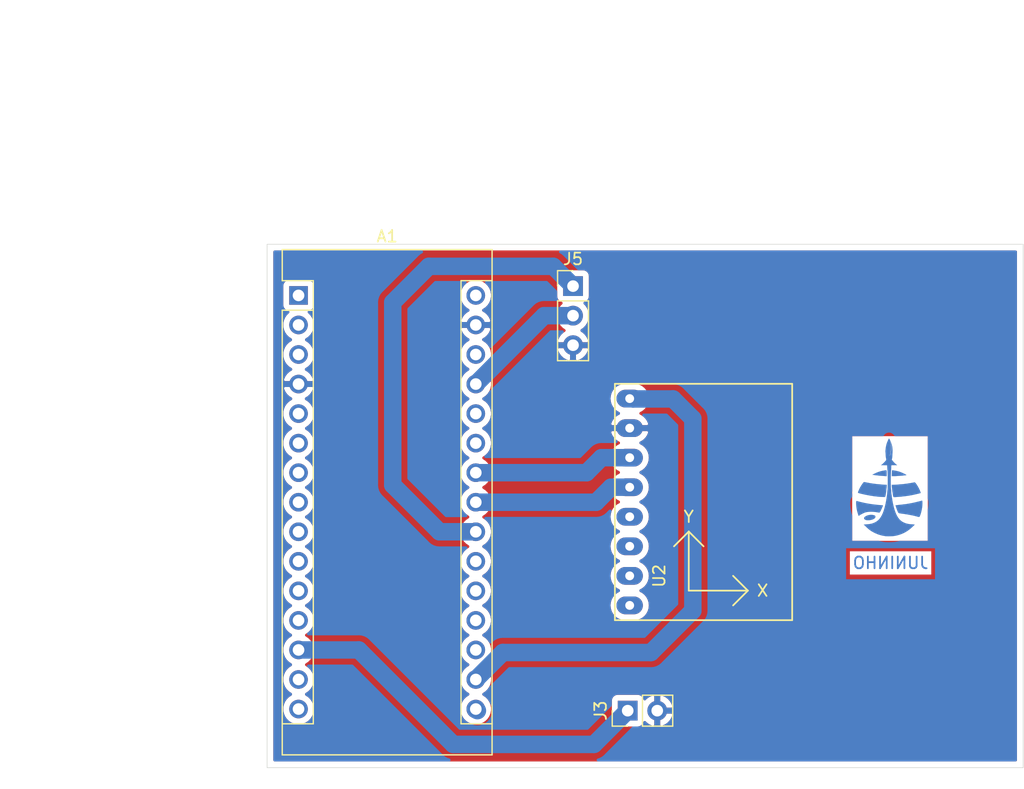
<source format=kicad_pcb>
(kicad_pcb (version 20171130) (host pcbnew "(5.1.12)-1")

  (general
    (thickness 1.6)
    (drawings 7)
    (tracks 28)
    (zones 0)
    (modules 5)
    (nets 34)
  )

  (page A4)
  (layers
    (0 F.Cu signal)
    (31 B.Cu signal)
    (32 B.Adhes user)
    (33 F.Adhes user)
    (34 B.Paste user)
    (35 F.Paste user)
    (36 B.SilkS user)
    (37 F.SilkS user)
    (38 B.Mask user)
    (39 F.Mask user)
    (40 Dwgs.User user)
    (41 Cmts.User user)
    (42 Eco1.User user)
    (43 Eco2.User user)
    (44 Edge.Cuts user)
    (45 Margin user)
    (46 B.CrtYd user)
    (47 F.CrtYd user)
    (48 B.Fab user)
    (49 F.Fab user)
  )

  (setup
    (last_trace_width 1.5)
    (user_trace_width 1)
    (user_trace_width 1.5)
    (trace_clearance 0.2)
    (zone_clearance 0.508)
    (zone_45_only no)
    (trace_min 0.2)
    (via_size 0.8)
    (via_drill 0.4)
    (via_min_size 0.4)
    (via_min_drill 0.3)
    (user_via 1 0.5)
    (uvia_size 0.3)
    (uvia_drill 0.1)
    (uvias_allowed no)
    (uvia_min_size 0.2)
    (uvia_min_drill 0.1)
    (edge_width 0.05)
    (segment_width 0.2)
    (pcb_text_width 0.3)
    (pcb_text_size 1.5 1.5)
    (mod_edge_width 0.12)
    (mod_text_size 1 1)
    (mod_text_width 0.15)
    (pad_size 1.524 1.524)
    (pad_drill 0.762)
    (pad_to_mask_clearance 0)
    (aux_axis_origin 107 115)
    (visible_elements 7FFFFFFF)
    (pcbplotparams
      (layerselection 0x00000_fffffffe)
      (usegerberextensions false)
      (usegerberattributes true)
      (usegerberadvancedattributes true)
      (creategerberjobfile true)
      (excludeedgelayer false)
      (linewidth 0.100000)
      (plotframeref false)
      (viasonmask false)
      (mode 1)
      (useauxorigin false)
      (hpglpennumber 1)
      (hpglpenspeed 20)
      (hpglpendiameter 15.000000)
      (psnegative false)
      (psa4output false)
      (plotreference false)
      (plotvalue false)
      (plotinvisibletext false)
      (padsonsilk true)
      (subtractmaskfromsilk false)
      (outputformat 4)
      (mirror false)
      (drillshape 1)
      (scaleselection 1)
      (outputdirectory ""))
  )

  (net 0 "")
  (net 1 /SCL0)
  (net 2 /SDA0)
  (net 3 GND)
  (net 4 +6V)
  (net 5 /Enable)
  (net 6 /3V3)
  (net 7 /PWM)
  (net 8 "Net-(U2-Pad8)")
  (net 9 "Net-(U2-Pad7)")
  (net 10 "Net-(U2-Pad6)")
  (net 11 "Net-(U2-Pad5)")
  (net 12 "Net-(A1-Pad15)")
  (net 13 "Net-(A1-Pad30)")
  (net 14 "Net-(A1-Pad14)")
  (net 15 "Net-(A1-Pad28)")
  (net 16 "Net-(A1-Pad12)")
  (net 17 "Net-(A1-Pad11)")
  (net 18 "Net-(A1-Pad26)")
  (net 19 "Net-(A1-Pad10)")
  (net 20 "Net-(A1-Pad25)")
  (net 21 "Net-(A1-Pad9)")
  (net 22 "Net-(A1-Pad8)")
  (net 23 "Net-(A1-Pad7)")
  (net 24 "Net-(A1-Pad6)")
  (net 25 "Net-(A1-Pad21)")
  (net 26 "Net-(A1-Pad5)")
  (net 27 "Net-(A1-Pad20)")
  (net 28 "Net-(A1-Pad3)")
  (net 29 "Net-(A1-Pad18)")
  (net 30 "Net-(A1-Pad2)")
  (net 31 "Net-(A1-Pad1)")
  (net 32 "Net-(A1-Pad19)")
  (net 33 "Net-(A1-Pad16)")

  (net_class Default "This is the default net class."
    (clearance 0.2)
    (trace_width 0.25)
    (via_dia 0.8)
    (via_drill 0.4)
    (uvia_dia 0.3)
    (uvia_drill 0.1)
    (add_net +6V)
    (add_net /3V3)
    (add_net /Enable)
    (add_net /PWM)
    (add_net /SCL0)
    (add_net /SDA0)
    (add_net GND)
    (add_net "Net-(A1-Pad1)")
    (add_net "Net-(A1-Pad10)")
    (add_net "Net-(A1-Pad11)")
    (add_net "Net-(A1-Pad12)")
    (add_net "Net-(A1-Pad14)")
    (add_net "Net-(A1-Pad15)")
    (add_net "Net-(A1-Pad16)")
    (add_net "Net-(A1-Pad18)")
    (add_net "Net-(A1-Pad19)")
    (add_net "Net-(A1-Pad2)")
    (add_net "Net-(A1-Pad20)")
    (add_net "Net-(A1-Pad21)")
    (add_net "Net-(A1-Pad25)")
    (add_net "Net-(A1-Pad26)")
    (add_net "Net-(A1-Pad28)")
    (add_net "Net-(A1-Pad3)")
    (add_net "Net-(A1-Pad30)")
    (add_net "Net-(A1-Pad5)")
    (add_net "Net-(A1-Pad6)")
    (add_net "Net-(A1-Pad7)")
    (add_net "Net-(A1-Pad8)")
    (add_net "Net-(A1-Pad9)")
    (add_net "Net-(U2-Pad5)")
    (add_net "Net-(U2-Pad6)")
    (add_net "Net-(U2-Pad7)")
    (add_net "Net-(U2-Pad8)")
  )

  (module Module:Arduino_Nano (layer F.Cu) (tedit 58ACAF70) (tstamp 6251B70C)
    (at 109.7 74.4)
    (descr "Arduino Nano, http://www.mouser.com/pdfdocs/Gravitech_Arduino_Nano3_0.pdf")
    (tags "Arduino Nano")
    (path /62515E17)
    (fp_text reference A1 (at 7.62 -5.08) (layer F.SilkS)
      (effects (font (size 1 1) (thickness 0.15)))
    )
    (fp_text value Arduino_Nano_Every (at 8.89 19.05 90) (layer F.Fab)
      (effects (font (size 1 1) (thickness 0.15)))
    )
    (fp_line (start 1.27 1.27) (end 1.27 -1.27) (layer F.SilkS) (width 0.12))
    (fp_line (start 1.27 -1.27) (end -1.4 -1.27) (layer F.SilkS) (width 0.12))
    (fp_line (start -1.4 1.27) (end -1.4 39.5) (layer F.SilkS) (width 0.12))
    (fp_line (start -1.4 -3.94) (end -1.4 -1.27) (layer F.SilkS) (width 0.12))
    (fp_line (start 13.97 -1.27) (end 16.64 -1.27) (layer F.SilkS) (width 0.12))
    (fp_line (start 13.97 -1.27) (end 13.97 36.83) (layer F.SilkS) (width 0.12))
    (fp_line (start 13.97 36.83) (end 16.64 36.83) (layer F.SilkS) (width 0.12))
    (fp_line (start 1.27 1.27) (end -1.4 1.27) (layer F.SilkS) (width 0.12))
    (fp_line (start 1.27 1.27) (end 1.27 36.83) (layer F.SilkS) (width 0.12))
    (fp_line (start 1.27 36.83) (end -1.4 36.83) (layer F.SilkS) (width 0.12))
    (fp_line (start 3.81 31.75) (end 11.43 31.75) (layer F.Fab) (width 0.1))
    (fp_line (start 11.43 31.75) (end 11.43 41.91) (layer F.Fab) (width 0.1))
    (fp_line (start 11.43 41.91) (end 3.81 41.91) (layer F.Fab) (width 0.1))
    (fp_line (start 3.81 41.91) (end 3.81 31.75) (layer F.Fab) (width 0.1))
    (fp_line (start -1.4 39.5) (end 16.64 39.5) (layer F.SilkS) (width 0.12))
    (fp_line (start 16.64 39.5) (end 16.64 -3.94) (layer F.SilkS) (width 0.12))
    (fp_line (start 16.64 -3.94) (end -1.4 -3.94) (layer F.SilkS) (width 0.12))
    (fp_line (start 16.51 39.37) (end -1.27 39.37) (layer F.Fab) (width 0.1))
    (fp_line (start -1.27 39.37) (end -1.27 -2.54) (layer F.Fab) (width 0.1))
    (fp_line (start -1.27 -2.54) (end 0 -3.81) (layer F.Fab) (width 0.1))
    (fp_line (start 0 -3.81) (end 16.51 -3.81) (layer F.Fab) (width 0.1))
    (fp_line (start 16.51 -3.81) (end 16.51 39.37) (layer F.Fab) (width 0.1))
    (fp_line (start -1.53 -4.06) (end 16.75 -4.06) (layer F.CrtYd) (width 0.05))
    (fp_line (start -1.53 -4.06) (end -1.53 42.16) (layer F.CrtYd) (width 0.05))
    (fp_line (start 16.75 42.16) (end 16.75 -4.06) (layer F.CrtYd) (width 0.05))
    (fp_line (start 16.75 42.16) (end -1.53 42.16) (layer F.CrtYd) (width 0.05))
    (fp_text user %R (at 6.35 19.05 90) (layer F.Fab)
      (effects (font (size 1 1) (thickness 0.15)))
    )
    (pad 16 thru_hole oval (at 15.24 35.56) (size 1.6 1.6) (drill 1) (layers *.Cu *.Mask)
      (net 33 "Net-(A1-Pad16)"))
    (pad 15 thru_hole oval (at 0 35.56) (size 1.6 1.6) (drill 1) (layers *.Cu *.Mask)
      (net 12 "Net-(A1-Pad15)"))
    (pad 30 thru_hole oval (at 15.24 0) (size 1.6 1.6) (drill 1) (layers *.Cu *.Mask)
      (net 13 "Net-(A1-Pad30)"))
    (pad 14 thru_hole oval (at 0 33.02) (size 1.6 1.6) (drill 1) (layers *.Cu *.Mask)
      (net 14 "Net-(A1-Pad14)"))
    (pad 29 thru_hole oval (at 15.24 2.54) (size 1.6 1.6) (drill 1) (layers *.Cu *.Mask)
      (net 3 GND))
    (pad 13 thru_hole oval (at 0 30.48) (size 1.6 1.6) (drill 1) (layers *.Cu *.Mask)
      (net 5 /Enable))
    (pad 28 thru_hole oval (at 15.24 5.08) (size 1.6 1.6) (drill 1) (layers *.Cu *.Mask)
      (net 15 "Net-(A1-Pad28)"))
    (pad 12 thru_hole oval (at 0 27.94) (size 1.6 1.6) (drill 1) (layers *.Cu *.Mask)
      (net 16 "Net-(A1-Pad12)"))
    (pad 27 thru_hole oval (at 15.24 7.62) (size 1.6 1.6) (drill 1) (layers *.Cu *.Mask)
      (net 4 +6V))
    (pad 11 thru_hole oval (at 0 25.4) (size 1.6 1.6) (drill 1) (layers *.Cu *.Mask)
      (net 17 "Net-(A1-Pad11)"))
    (pad 26 thru_hole oval (at 15.24 10.16) (size 1.6 1.6) (drill 1) (layers *.Cu *.Mask)
      (net 18 "Net-(A1-Pad26)"))
    (pad 10 thru_hole oval (at 0 22.86) (size 1.6 1.6) (drill 1) (layers *.Cu *.Mask)
      (net 19 "Net-(A1-Pad10)"))
    (pad 25 thru_hole oval (at 15.24 12.7) (size 1.6 1.6) (drill 1) (layers *.Cu *.Mask)
      (net 20 "Net-(A1-Pad25)"))
    (pad 9 thru_hole oval (at 0 20.32) (size 1.6 1.6) (drill 1) (layers *.Cu *.Mask)
      (net 21 "Net-(A1-Pad9)"))
    (pad 24 thru_hole oval (at 15.24 15.24) (size 1.6 1.6) (drill 1) (layers *.Cu *.Mask)
      (net 1 /SCL0))
    (pad 8 thru_hole oval (at 0 17.78) (size 1.6 1.6) (drill 1) (layers *.Cu *.Mask)
      (net 22 "Net-(A1-Pad8)"))
    (pad 23 thru_hole oval (at 15.24 17.78) (size 1.6 1.6) (drill 1) (layers *.Cu *.Mask)
      (net 2 /SDA0))
    (pad 7 thru_hole oval (at 0 15.24) (size 1.6 1.6) (drill 1) (layers *.Cu *.Mask)
      (net 23 "Net-(A1-Pad7)"))
    (pad 22 thru_hole oval (at 15.24 20.32) (size 1.6 1.6) (drill 1) (layers *.Cu *.Mask)
      (net 7 /PWM))
    (pad 6 thru_hole oval (at 0 12.7) (size 1.6 1.6) (drill 1) (layers *.Cu *.Mask)
      (net 24 "Net-(A1-Pad6)"))
    (pad 21 thru_hole oval (at 15.24 22.86) (size 1.6 1.6) (drill 1) (layers *.Cu *.Mask)
      (net 25 "Net-(A1-Pad21)"))
    (pad 5 thru_hole oval (at 0 10.16) (size 1.6 1.6) (drill 1) (layers *.Cu *.Mask)
      (net 26 "Net-(A1-Pad5)"))
    (pad 20 thru_hole oval (at 15.24 25.4) (size 1.6 1.6) (drill 1) (layers *.Cu *.Mask)
      (net 27 "Net-(A1-Pad20)"))
    (pad 4 thru_hole oval (at 0 7.62) (size 1.6 1.6) (drill 1) (layers *.Cu *.Mask)
      (net 3 GND))
    (pad 19 thru_hole oval (at 15.24 27.94) (size 1.6 1.6) (drill 1) (layers *.Cu *.Mask)
      (net 32 "Net-(A1-Pad19)"))
    (pad 3 thru_hole oval (at 0 5.08) (size 1.6 1.6) (drill 1) (layers *.Cu *.Mask)
      (net 28 "Net-(A1-Pad3)"))
    (pad 18 thru_hole oval (at 15.24 30.48) (size 1.6 1.6) (drill 1) (layers *.Cu *.Mask)
      (net 29 "Net-(A1-Pad18)"))
    (pad 2 thru_hole oval (at 0 2.54) (size 1.6 1.6) (drill 1) (layers *.Cu *.Mask)
      (net 30 "Net-(A1-Pad2)"))
    (pad 17 thru_hole oval (at 15.24 33.02) (size 1.6 1.6) (drill 1) (layers *.Cu *.Mask)
      (net 6 /3V3))
    (pad 1 thru_hole rect (at 0 0) (size 1.6 1.6) (drill 1) (layers *.Cu *.Mask)
      (net 31 "Net-(A1-Pad1)"))
    (model ${KISYS3DMOD}/Module.3dshapes/Arduino_Nano_WithMountingHoles.wrl
      (at (xyz 0 0 0))
      (scale (xyz 1 1 1))
      (rotate (xyz 0 0 0))
    )
  )

  (module Jupiter:Logo_B (layer F.Cu) (tedit 620E76D5) (tstamp 61E157FE)
    (at 160.3 92)
    (fp_text reference G*** (at 0 0 180) (layer B.SilkS) hide
      (effects (font (size 1.524 1.524) (thickness 0.3)) (justify mirror))
    )
    (fp_text value LOGO (at -0.75 0 180) (layer B.SilkS) hide
      (effects (font (size 1.524 1.524) (thickness 0.3)) (justify mirror))
    )
    (fp_poly (pts (xy -0.546179 -3.035845) (xy -0.555251 -3.026774) (xy -0.564322 -3.035845) (xy -0.555251 -3.044917)
      (xy -0.546179 -3.035845)) (layer Eco2.User) (width 0.01))
    (fp_poly (pts (xy 0.506106 -2.55885) (xy 0.602785 -2.547979) (xy 0.722124 -2.527466) (xy 0.852536 -2.49965)
      (xy 0.982429 -2.466868) (xy 1.032249 -2.452711) (xy 1.099285 -2.430247) (xy 1.180177 -2.398984)
      (xy 1.269239 -2.361615) (xy 1.360785 -2.320836) (xy 1.449127 -2.279344) (xy 1.52858 -2.239833)
      (xy 1.593458 -2.205) (xy 1.638073 -2.177539) (xy 1.65674 -2.160147) (xy 1.656122 -2.156966)
      (xy 1.630451 -2.148394) (xy 1.573902 -2.138513) (xy 1.491842 -2.127775) (xy 1.389637 -2.116632)
      (xy 1.272652 -2.105538) (xy 1.146253 -2.094945) (xy 1.015805 -2.085305) (xy 0.886675 -2.077071)
      (xy 0.764229 -2.070696) (xy 0.653831 -2.066632) (xy 0.569606 -2.065325) (xy 0.40632 -2.06513)
      (xy 0.415392 -2.31463) (xy 0.424463 -2.564131) (xy 0.506106 -2.55885)) (layer B.Cu) (width 0.01))
    (fp_poly (pts (xy -0.054009 -2.562693) (xy -0.05376 -2.562548) (xy -0.04803 -2.541823) (xy -0.043249 -2.491794)
      (xy -0.039844 -2.419439) (xy -0.038247 -2.331734) (xy -0.03818 -2.30906) (xy -0.03818 -2.065202)
      (xy -0.115287 -2.067793) (xy -0.165184 -2.070162) (xy -0.240157 -2.074554) (xy -0.329098 -2.080289)
      (xy -0.401037 -2.08526) (xy -0.510168 -2.093981) (xy -0.634274 -2.105431) (xy -0.764832 -2.118676)
      (xy -0.893319 -2.132779) (xy -1.011212 -2.146805) (xy -1.109988 -2.159818) (xy -1.181125 -2.170883)
      (xy -1.18118 -2.170893) (xy -1.262822 -2.185555) (xy -1.095209 -2.270599) (xy -0.925796 -2.35133)
      (xy -0.766479 -2.415128) (xy -0.599887 -2.468766) (xy -0.55405 -2.481662) (xy -0.476756 -2.500856)
      (xy -0.388619 -2.51958) (xy -0.297318 -2.536591) (xy -0.210529 -2.55065) (xy -0.135929 -2.560514)
      (xy -0.081197 -2.564942) (xy -0.054009 -2.562693)) (layer B.Cu) (width 0.01))
    (fp_poly (pts (xy -1.956721 -1.553171) (xy -1.903523 -1.543669) (xy -1.833275 -1.529688) (xy -1.793184 -1.52124)
      (xy -1.399958 -1.447619) (xy -0.975596 -1.388804) (xy -0.522209 -1.345069) (xy -0.355679 -1.333288)
      (xy -0.029108 -1.312274) (xy -0.034732 -1.194345) (xy -0.041383 -1.096634) (xy -0.052448 -0.980404)
      (xy -0.066895 -0.853163) (xy -0.08369 -0.722419) (xy -0.101799 -0.595682) (xy -0.120191 -0.48046)
      (xy -0.137831 -0.384261) (xy -0.153687 -0.314594) (xy -0.157683 -0.30081) (xy -0.167259 -0.285334)
      (xy -0.188939 -0.276094) (xy -0.230016 -0.271818) (xy -0.297784 -0.271232) (xy -0.325152 -0.271598)
      (xy -0.418493 -0.274456) (xy -0.528295 -0.279825) (xy -0.634906 -0.286699) (xy -0.664108 -0.288968)
      (xy -1.07325 -0.332535) (xy -1.497701 -0.396881) (xy -1.92463 -0.479882) (xy -2.196931 -0.542718)
      (xy -2.326025 -0.575776) (xy -2.419939 -0.602855) (xy -2.47925 -0.624142) (xy -2.504535 -0.639824)
      (xy -2.505608 -0.642933) (xy -2.498016 -0.677701) (xy -2.477448 -0.737022) (xy -2.447217 -0.813024)
      (xy -2.410635 -0.897838) (xy -2.371015 -0.98359) (xy -2.331669 -1.06241) (xy -2.319448 -1.085302)
      (xy -2.267583 -1.175933) (xy -2.210686 -1.267741) (xy -2.152584 -1.355352) (xy -2.097106 -1.433396)
      (xy -2.048081 -1.4965) (xy -2.009335 -1.539292) (xy -1.984696 -1.5564) (xy -1.983684 -1.556495)
      (xy -1.956721 -1.553171)) (layer B.Cu) (width 0.01))
    (fp_poly (pts (xy 2.388083 -1.52212) (xy 2.429167 -1.484713) (xy 2.479916 -1.423619) (xy 2.537392 -1.34339)
      (xy 2.598656 -1.248576) (xy 2.660768 -1.143727) (xy 2.720788 -1.033394) (xy 2.775778 -0.922128)
      (xy 2.822797 -0.814479) (xy 2.823111 -0.813701) (xy 2.858003 -0.723214) (xy 2.877852 -0.661671)
      (xy 2.883632 -0.625456) (xy 2.877632 -0.611542) (xy 2.848359 -0.601157) (xy 2.789778 -0.584682)
      (xy 2.708071 -0.563587) (xy 2.609418 -0.539341) (xy 2.500002 -0.513413) (xy 2.386004 -0.487274)
      (xy 2.273606 -0.462391) (xy 2.16899 -0.440235) (xy 2.093606 -0.425182) (xy 1.905228 -0.392127)
      (xy 1.693631 -0.360425) (xy 1.469054 -0.331249) (xy 1.24173 -0.30577) (xy 1.021897 -0.285162)
      (xy 0.81979 -0.270595) (xy 0.690232 -0.26448) (xy 0.617532 -0.263663) (xy 0.573083 -0.268096)
      (xy 0.549066 -0.279066) (xy 0.541382 -0.288998) (xy 0.528038 -0.328326) (xy 0.512379 -0.397582)
      (xy 0.495286 -0.490548) (xy 0.477641 -0.601008) (xy 0.460325 -0.722745) (xy 0.44422 -0.849542)
      (xy 0.430208 -0.975182) (xy 0.41917 -1.093448) (xy 0.411987 -1.198123) (xy 0.411719 -1.203417)
      (xy 0.40632 -1.312274) (xy 0.53332 -1.316417) (xy 0.701733 -1.323876) (xy 0.891854 -1.335584)
      (xy 1.090903 -1.350536) (xy 1.286099 -1.367729) (xy 1.464662 -1.386158) (xy 1.549321 -1.396227)
      (xy 1.654421 -1.410299) (xy 1.771865 -1.427397) (xy 1.894869 -1.44639) (xy 2.016653 -1.466148)
      (xy 2.130436 -1.48554) (xy 2.229436 -1.503437) (xy 2.306871 -1.518707) (xy 2.35596 -1.53022)
      (xy 2.359605 -1.53129) (xy 2.388083 -1.52212)) (layer B.Cu) (width 0.01))
    (fp_poly (pts (xy -2.569853 0.081858) (xy -2.494161 0.102993) (xy -2.397029 0.128267) (xy -2.28548 0.155965)
      (xy -2.166539 0.184377) (xy -2.047229 0.211789) (xy -1.934574 0.236488) (xy -1.843394 0.255236)
      (xy -1.580463 0.303402) (xy -1.315468 0.344446) (xy -1.039352 0.379547) (xy -0.743058 0.409885)
      (xy -0.496287 0.430678) (xy -0.427801 0.436537) (xy -0.375784 0.442029) (xy -0.348662 0.446223)
      (xy -0.346608 0.447192) (xy -0.353564 0.469932) (xy -0.372267 0.518129) (xy -0.399474 0.584192)
      (xy -0.431941 0.660534) (xy -0.466422 0.739567) (xy -0.499674 0.813701) (xy -0.528453 0.87535)
      (xy -0.537982 0.894807) (xy -0.578969 0.976557) (xy -0.610361 1.030803) (xy -0.640137 1.061785)
      (xy -0.676276 1.073746) (xy -0.726757 1.070925) (xy -0.799561 1.057563) (xy -0.832081 1.051125)
      (xy -1.031424 1.019913) (xy -1.233791 1.002774) (xy -1.431184 0.999671) (xy -1.615604 1.01057)
      (xy -1.779053 1.035434) (xy -1.859545 1.055774) (xy -1.953749 1.089922) (xy -2.065536 1.139585)
      (xy -2.183167 1.198907) (xy -2.294902 1.262031) (xy -2.373098 1.311978) (xy -2.449232 1.364201)
      (xy -2.512187 1.168963) (xy -2.562938 0.999795) (xy -2.60053 0.843989) (xy -2.628178 0.685731)
      (xy -2.649099 0.509208) (xy -2.651515 0.48386) (xy -2.660928 0.353028) (xy -2.663297 0.242687)
      (xy -2.658897 0.156151) (xy -2.648 0.096732) (xy -2.63088 0.067744) (xy -2.61708 0.066574)
      (xy -2.569853 0.081858)) (layer B.Cu) (width 0))
    (fp_poly (pts (xy 3.018415 0.055689) (xy 3.026723 0.088194) (xy 3.033922 0.149407) (xy 3.034115 0.151339)
      (xy 3.03916 0.29051) (xy 3.030567 0.453212) (xy 3.009995 0.630617) (xy 2.979102 0.813896)
      (xy 2.939545 0.994222) (xy 2.892984 1.162766) (xy 2.841077 1.310699) (xy 2.798708 1.404619)
      (xy 2.784945 1.429648) (xy 2.770063 1.444472) (xy 2.747104 1.449183) (xy 2.709112 1.443873)
      (xy 2.649129 1.428635) (xy 2.574392 1.407585) (xy 2.407169 1.363917) (xy 2.21229 1.319443)
      (xy 1.9983 1.275781) (xy 1.773749 1.234552) (xy 1.547182 1.197375) (xy 1.327148 1.165868)
      (xy 1.240892 1.154976) (xy 1.139938 1.142422) (xy 1.067987 1.130543) (xy 1.018061 1.115325)
      (xy 0.983181 1.092755) (xy 0.95637 1.058817) (xy 0.930649 1.009499) (xy 0.910003 0.964655)
      (xy 0.886918 0.910083) (xy 0.859181 0.838373) (xy 0.829216 0.756602) (xy 0.799448 0.671852)
      (xy 0.772301 0.591202) (xy 0.750202 0.521731) (xy 0.735574 0.470519) (xy 0.730843 0.444646)
      (xy 0.731351 0.443077) (xy 0.750914 0.439216) (xy 0.800567 0.433056) (xy 0.874234 0.425248)
      (xy 0.965842 0.416445) (xy 1.044148 0.409455) (xy 1.630783 0.341009) (xy 2.21651 0.237557)
      (xy 2.795951 0.100102) (xy 2.984491 0.047561) (xy 3.005503 0.044582) (xy 3.018415 0.055689)) (layer B.Cu) (width 0.01))
    (fp_poly (pts (xy -1.27 1.27) (xy -1.17214 1.284871) (xy -1.09179 1.309113) (xy -1.03597 1.341836)
      (xy -1.017687 1.364185) (xy -1.000924 1.428377) (xy -1.01683 1.491366) (xy -1.0618 1.551037)
      (xy -1.132228 1.605272) (xy -1.224511 1.651956) (xy -1.335041 1.688972) (xy -1.460215 1.714205)
      (xy -1.596426 1.725539) (xy -1.634027 1.725945) (xy -1.734569 1.721413) (xy -1.814226 1.709573)
      (xy -1.851925 1.697926) (xy -1.92936 1.652904) (xy -1.971843 1.600651) (xy -1.979043 1.542027)
      (xy -1.950629 1.477895) (xy -1.941336 1.465361) (xy -1.893198 1.421939) (xy -1.819641 1.376595)
      (xy -1.730827 1.33451) (xy -1.63692 1.300868) (xy -1.598465 1.290517) (xy -1.490181 1.271933)
      (xy -1.378353 1.265391) (xy -1.27 1.27)) (layer B.Cu) (width 0.01))
    (fp_poly (pts (xy 0.180493 -5.278739) (xy 0.207336 -5.235505) (xy 0.240491 -5.171586) (xy 0.276783 -5.093645)
      (xy 0.313033 -5.008339) (xy 0.346065 -4.92233) (xy 0.360368 -4.881182) (xy 0.40161 -4.748214)
      (xy 0.431697 -4.626401) (xy 0.451819 -4.506347) (xy 0.463165 -4.378659) (xy 0.466924 -4.233943)
      (xy 0.464287 -4.062803) (xy 0.464232 -4.060917) (xy 0.458628 -3.922733) (xy 0.450527 -3.797491)
      (xy 0.440522 -3.692375) (xy 0.429205 -3.614569) (xy 0.42626 -3.600312) (xy 0.398099 -3.47535)
      (xy 0.486772 -3.363914) (xy 0.577665 -3.258803) (xy 0.678376 -3.1574) (xy 0.77679 -3.071648)
      (xy 0.805463 -3.049724) (xy 0.859892 -3.00978) (xy 0.610428 -3.009206) (xy 0.508701 -3.008382)
      (xy 0.438082 -3.006085) (xy 0.393404 -3.001748) (xy 0.369502 -2.994806) (xy 0.361207 -2.984696)
      (xy 0.360963 -2.981935) (xy 0.359965 -2.95747) (xy 0.357144 -2.901657) (xy 0.352766 -2.819375)
      (xy 0.347093 -2.7155) (xy 0.340391 -2.59491) (xy 0.332922 -2.462484) (xy 0.331768 -2.442185)
      (xy 0.312103 -1.963763) (xy 0.309533 -1.511213) (xy 0.324446 -1.078194) (xy 0.357233 -0.658364)
      (xy 0.408283 -0.245385) (xy 0.477987 0.167087) (xy 0.498697 0.272475) (xy 0.569177 0.58403)
      (xy 0.648155 0.861379) (xy 0.736288 1.105742) (xy 0.834232 1.318341) (xy 0.942643 1.500397)
      (xy 1.062177 1.653132) (xy 1.193491 1.777768) (xy 1.33724 1.875525) (xy 1.369206 1.892825)
      (xy 1.514725 1.960234) (xy 1.663162 2.011441) (xy 1.8231 2.048538) (xy 2.003123 2.073618)
      (xy 2.161977 2.086125) (xy 2.375491 2.098583) (xy 2.225477 2.250686) (xy 1.983336 2.472023)
      (xy 1.725638 2.660607) (xy 1.451854 2.81671) (xy 1.161454 2.940606) (xy 0.853909 3.03257)
      (xy 0.624035 3.078764) (xy 0.547683 3.087685) (xy 0.44515 3.094762) (xy 0.32605 3.09982)
      (xy 0.200001 3.102684) (xy 0.076618 3.103177) (xy -0.034484 3.101124) (xy -0.123687 3.096349)
      (xy -0.156108 3.093013) (xy -0.455621 3.037917) (xy -0.748657 2.952272) (xy -1.025901 2.838898)
      (xy -1.076384 2.814274) (xy -1.227943 2.734781) (xy -1.359574 2.656978) (xy -1.480032 2.5745)
      (xy -1.598069 2.480985) (xy -1.722439 2.37007) (xy -1.831645 2.265254) (xy -2.001325 2.098583)
      (xy -1.904217 2.094078) (xy -1.785579 2.086345) (xy -1.658106 2.074295) (xy -1.532815 2.059261)
      (xy -1.420728 2.042581) (xy -1.332865 2.02559) (xy -1.326322 2.024043) (xy -1.256449 2.002984)
      (xy -1.168946 1.97065) (xy -1.07834 1.932582) (xy -1.039521 1.914625) (xy -0.896834 1.833332)
      (xy -0.76629 1.731221) (xy -0.647087 1.606653) (xy -0.538426 1.457985) (xy -0.439505 1.283578)
      (xy -0.349524 1.08179) (xy -0.26768 0.850981) (xy -0.193175 0.589509) (xy -0.125206 0.295734)
      (xy -0.062973 -0.031986) (xy -0.048972 -0.114845) (xy 0.00966 -0.547153) (xy 0.047509 -1.009062)
      (xy 0.064569 -1.500425) (xy 0.060837 -2.021098) (xy 0.036308 -2.570934) (xy 0.028443 -2.691131)
      (xy 0.007178 -2.99956) (xy -0.253376 -3.004606) (xy -0.513929 -3.009652) (xy -0.443876 -3.060595)
      (xy -0.386105 -3.107859) (xy -0.315847 -3.172966) (xy -0.242122 -3.24674) (xy -0.17395 -3.320006)
      (xy -0.120349 -3.383589) (xy -0.102583 -3.407774) (xy -0.079863 -3.443596) (xy -0.069285 -3.473497)
      (xy -0.069631 -3.509903) (xy -0.079682 -3.565242) (xy -0.084798 -3.589202) (xy -0.097369 -3.66191)
      (xy -0.109145 -3.754883) (xy -0.115295 -3.820875) (xy 0.206539 -3.820875) (xy 0.209848 -3.809041)
      (xy 0.218849 -3.810502) (xy 0.23541 -3.830189) (xy 0.258399 -3.875965) (xy 0.283676 -3.939206)
      (xy 0.291924 -3.962764) (xy 0.346111 -4.171862) (xy 0.369318 -4.38888) (xy 0.361507 -4.61672)
      (xy 0.322637 -4.858286) (xy 0.277218 -5.036107) (xy 0.258145 -5.096822) (xy 0.246564 -5.124114)
      (xy 0.242783 -5.120128) (xy 0.247111 -5.087009) (xy 0.259857 -5.0269) (xy 0.269948 -4.985549)
      (xy 0.309216 -4.791148) (xy 0.330726 -4.593604) (xy 0.334757 -4.39953) (xy 0.321586 -4.215541)
      (xy 0.291488 -4.04825) (xy 0.244741 -3.904271) (xy 0.222709 -3.857124) (xy 0.206539 -3.820875)
      (xy -0.115295 -3.820875) (xy -0.118207 -3.852116) (xy -0.12064 -3.88856) (xy -0.125796 -3.973458)
      (xy -0.131002 -4.051262) (xy -0.135469 -4.110488) (xy -0.137289 -4.130638) (xy -0.139494 -4.219075)
      (xy -0.132203 -4.332377) (xy -0.116927 -4.460831) (xy -0.095177 -4.594726) (xy -0.068461 -4.724348)
      (xy -0.038289 -4.839987) (xy -0.016983 -4.904559) (xy 0.012301 -4.97981) (xy 0.045874 -5.060049)
      (xy 0.080494 -5.138256) (xy 0.112919 -5.207412) (xy 0.139907 -5.260496) (xy 0.158218 -5.290488)
      (xy 0.163139 -5.294631) (xy 0.180493 -5.278739)) (layer B.Cu) (width 0.01))
  )

  (module footprints:GY-521 (layer F.Cu) (tedit 5B1B7D6D) (tstamp 624F173B)
    (at 136.9 82 270)
    (path /624FC2C9)
    (fp_text reference U2 (at 16.51 -3.81 90) (layer F.SilkS)
      (effects (font (size 1 1) (thickness 0.15)))
    )
    (fp_text value GY-521-symbols (at 3.81 -12.7 90) (layer F.Fab)
      (effects (font (size 1 1) (thickness 0.15)))
    )
    (fp_line (start 0 -15.24) (end 20.32 -15.24) (layer F.SilkS) (width 0.15))
    (fp_line (start 20.32 -15.24) (end 20.32 0) (layer F.SilkS) (width 0.15))
    (fp_line (start 20.32 0) (end 0 0) (layer F.SilkS) (width 0.15))
    (fp_line (start 0 0) (end 0 -15.24) (layer F.SilkS) (width 0.15))
    (fp_line (start 13.97 -7.62) (end 12.7 -6.35) (layer F.SilkS) (width 0.15))
    (fp_line (start 12.7 -6.35) (end 13.97 -5.08) (layer F.SilkS) (width 0.15))
    (fp_line (start 17.78 -6.35) (end 12.7 -6.35) (layer F.SilkS) (width 0.15))
    (fp_line (start 17.78 -11.43) (end 17.78 -6.35) (layer F.SilkS) (width 0.15))
    (fp_line (start 16.51 -10.16) (end 17.78 -11.43) (layer F.SilkS) (width 0.15))
    (fp_line (start 17.78 -11.43) (end 19.05 -10.16) (layer F.SilkS) (width 0.15))
    (fp_text user X (at 17.78 -12.7) (layer F.SilkS)
      (effects (font (size 1 1) (thickness 0.15)))
    )
    (fp_text user Y (at 11.43 -6.35) (layer F.SilkS)
      (effects (font (size 1 1) (thickness 0.15)))
    )
    (pad 8 thru_hole oval (at 19.05 -1.27 270) (size 1.524 2.268) (drill 0.762) (layers *.Cu *.Mask)
      (net 8 "Net-(U2-Pad8)"))
    (pad 7 thru_hole oval (at 16.51 -1.27 270) (size 1.524 2.268) (drill 0.762) (layers *.Cu *.Mask)
      (net 9 "Net-(U2-Pad7)"))
    (pad 6 thru_hole oval (at 13.97 -1.27 270) (size 1.524 2.268) (drill 0.762) (layers *.Cu *.Mask)
      (net 10 "Net-(U2-Pad6)"))
    (pad 5 thru_hole oval (at 11.43 -1.27 270) (size 1.524 2.268) (drill 0.762) (layers *.Cu *.Mask)
      (net 11 "Net-(U2-Pad5)"))
    (pad 4 thru_hole oval (at 8.89 -1.27 270) (size 1.524 2.268) (drill 0.762) (layers *.Cu *.Mask)
      (net 2 /SDA0))
    (pad 3 thru_hole oval (at 6.35 -1.27 270) (size 1.524 2.268) (drill 0.762) (layers *.Cu *.Mask)
      (net 1 /SCL0))
    (pad 2 thru_hole oval (at 3.81 -1.27 270) (size 1.524 2.268) (drill 0.762) (layers *.Cu *.Mask)
      (net 3 GND))
    (pad 1 thru_hole oval (at 1.27 -1.27 270) (size 1.524 2.268) (drill 0.762) (layers *.Cu *.Mask)
      (net 6 /3V3))
  )

  (module Connector_PinHeader_2.54mm:PinHeader_1x02_P2.54mm_Vertical (layer F.Cu) (tedit 59FED5CC) (tstamp 61E13690)
    (at 138 110.1 90)
    (descr "Through hole straight pin header, 1x02, 2.54mm pitch, single row")
    (tags "Through hole pin header THT 1x02 2.54mm single row")
    (path /61E06A2E)
    (fp_text reference J3 (at 0 -2.33 90) (layer F.SilkS)
      (effects (font (size 1 1) (thickness 0.15)))
    )
    (fp_text value Conn_01x02_Male (at 0 4.87 90) (layer F.Fab)
      (effects (font (size 1 1) (thickness 0.15)))
    )
    (fp_line (start 1.8 -1.8) (end -1.8 -1.8) (layer F.CrtYd) (width 0.05))
    (fp_line (start 1.8 4.35) (end 1.8 -1.8) (layer F.CrtYd) (width 0.05))
    (fp_line (start -1.8 4.35) (end 1.8 4.35) (layer F.CrtYd) (width 0.05))
    (fp_line (start -1.8 -1.8) (end -1.8 4.35) (layer F.CrtYd) (width 0.05))
    (fp_line (start -1.33 -1.33) (end 0 -1.33) (layer F.SilkS) (width 0.12))
    (fp_line (start -1.33 0) (end -1.33 -1.33) (layer F.SilkS) (width 0.12))
    (fp_line (start -1.33 1.27) (end 1.33 1.27) (layer F.SilkS) (width 0.12))
    (fp_line (start 1.33 1.27) (end 1.33 3.87) (layer F.SilkS) (width 0.12))
    (fp_line (start -1.33 1.27) (end -1.33 3.87) (layer F.SilkS) (width 0.12))
    (fp_line (start -1.33 3.87) (end 1.33 3.87) (layer F.SilkS) (width 0.12))
    (fp_line (start -1.27 -0.635) (end -0.635 -1.27) (layer F.Fab) (width 0.1))
    (fp_line (start -1.27 3.81) (end -1.27 -0.635) (layer F.Fab) (width 0.1))
    (fp_line (start 1.27 3.81) (end -1.27 3.81) (layer F.Fab) (width 0.1))
    (fp_line (start 1.27 -1.27) (end 1.27 3.81) (layer F.Fab) (width 0.1))
    (fp_line (start -0.635 -1.27) (end 1.27 -1.27) (layer F.Fab) (width 0.1))
    (fp_text user %R (at 0 1.27) (layer F.Fab)
      (effects (font (size 1 1) (thickness 0.15)))
    )
    (pad 1 thru_hole rect (at 0 0 90) (size 1.7 1.7) (drill 1) (layers *.Cu *.Mask)
      (net 5 /Enable))
    (pad 2 thru_hole oval (at 0 2.54 90) (size 1.7 1.7) (drill 1) (layers *.Cu *.Mask)
      (net 3 GND))
    (model ${KISYS3DMOD}/Connector_PinHeader_2.54mm.3dshapes/PinHeader_1x02_P2.54mm_Vertical.wrl
      (at (xyz 0 0 0))
      (scale (xyz 1 1 1))
      (rotate (xyz 0 0 0))
    )
  )

  (module Connector_PinHeader_2.54mm:PinHeader_1x03_P2.54mm_Vertical (layer F.Cu) (tedit 59FED5CC) (tstamp 61E136CA)
    (at 133.3 73.6)
    (descr "Through hole straight pin header, 1x03, 2.54mm pitch, single row")
    (tags "Through hole pin header THT 1x03 2.54mm single row")
    (path /61E1CF23)
    (fp_text reference J5 (at 0 -2.33) (layer F.SilkS)
      (effects (font (size 1 1) (thickness 0.15)))
    )
    (fp_text value Conn_01x03_Male (at 0 7.41) (layer F.Fab)
      (effects (font (size 1 1) (thickness 0.15)))
    )
    (fp_line (start 1.8 -1.8) (end -1.8 -1.8) (layer F.CrtYd) (width 0.05))
    (fp_line (start 1.8 6.85) (end 1.8 -1.8) (layer F.CrtYd) (width 0.05))
    (fp_line (start -1.8 6.85) (end 1.8 6.85) (layer F.CrtYd) (width 0.05))
    (fp_line (start -1.8 -1.8) (end -1.8 6.85) (layer F.CrtYd) (width 0.05))
    (fp_line (start -1.33 -1.33) (end 0 -1.33) (layer F.SilkS) (width 0.12))
    (fp_line (start -1.33 0) (end -1.33 -1.33) (layer F.SilkS) (width 0.12))
    (fp_line (start -1.33 1.27) (end 1.33 1.27) (layer F.SilkS) (width 0.12))
    (fp_line (start 1.33 1.27) (end 1.33 6.41) (layer F.SilkS) (width 0.12))
    (fp_line (start -1.33 1.27) (end -1.33 6.41) (layer F.SilkS) (width 0.12))
    (fp_line (start -1.33 6.41) (end 1.33 6.41) (layer F.SilkS) (width 0.12))
    (fp_line (start -1.27 -0.635) (end -0.635 -1.27) (layer F.Fab) (width 0.1))
    (fp_line (start -1.27 6.35) (end -1.27 -0.635) (layer F.Fab) (width 0.1))
    (fp_line (start 1.27 6.35) (end -1.27 6.35) (layer F.Fab) (width 0.1))
    (fp_line (start 1.27 -1.27) (end 1.27 6.35) (layer F.Fab) (width 0.1))
    (fp_line (start -0.635 -1.27) (end 1.27 -1.27) (layer F.Fab) (width 0.1))
    (fp_text user %R (at 0 2.54 90) (layer F.Fab)
      (effects (font (size 1 1) (thickness 0.15)))
    )
    (pad 1 thru_hole rect (at 0 0) (size 1.7 1.7) (drill 1) (layers *.Cu *.Mask)
      (net 7 /PWM))
    (pad 2 thru_hole oval (at 0 2.54) (size 1.7 1.7) (drill 1) (layers *.Cu *.Mask)
      (net 4 +6V))
    (pad 3 thru_hole oval (at 0 5.08) (size 1.7 1.7) (drill 1) (layers *.Cu *.Mask)
      (net 3 GND))
    (model ${KISYS3DMOD}/Connector_PinHeader_2.54mm.3dshapes/PinHeader_1x03_P2.54mm_Vertical.wrl
      (at (xyz 0 0 0))
      (scale (xyz 1 1 1))
      (rotate (xyz 0 0 0))
    )
  )

  (gr_text JUNINHO (at 160.6 97.4) (layer B.Cu)
    (effects (font (size 1 1) (thickness 0.15)) (justify mirror))
  )
  (gr_line (start 172 70) (end 107 70) (layer Edge.Cuts) (width 0.05) (tstamp 61E1541B))
  (gr_line (start 172 115) (end 172 70) (layer Edge.Cuts) (width 0.05))
  (gr_line (start 107 115) (end 172 115) (layer Edge.Cuts) (width 0.05))
  (gr_line (start 107 70) (end 107 115) (layer Edge.Cuts) (width 0.05))
  (dimension 45 (width 0.15) (layer Dwgs.User)
    (gr_text "45,000 mm" (at 87.7 92.5 270) (layer Dwgs.User)
      (effects (font (size 1 1) (thickness 0.15)))
    )
    (feature1 (pts (xy 107 115) (xy 88.413579 115)))
    (feature2 (pts (xy 107 70) (xy 88.413579 70)))
    (crossbar (pts (xy 89 70) (xy 89 115)))
    (arrow1a (pts (xy 89 115) (xy 88.413579 113.873496)))
    (arrow1b (pts (xy 89 115) (xy 89.586421 113.873496)))
    (arrow2a (pts (xy 89 70) (xy 88.413579 71.126504)))
    (arrow2b (pts (xy 89 70) (xy 89.586421 71.126504)))
  )
  (dimension 65 (width 0.15) (layer Dwgs.User)
    (gr_text "65,000 mm" (at 139.5 49.7) (layer Dwgs.User)
      (effects (font (size 1 1) (thickness 0.15)))
    )
    (feature1 (pts (xy 172 70) (xy 172 50.413579)))
    (feature2 (pts (xy 107 70) (xy 107 50.413579)))
    (crossbar (pts (xy 107 51) (xy 172 51)))
    (arrow1a (pts (xy 172 51) (xy 170.873496 51.586421)))
    (arrow1b (pts (xy 172 51) (xy 170.873496 50.413579)))
    (arrow2a (pts (xy 107 51) (xy 108.126504 51.586421)))
    (arrow2b (pts (xy 107 51) (xy 108.126504 50.413579)))
  )

  (segment (start 124.94 89.64) (end 134.46 89.64) (width 1.5) (layer B.Cu) (net 1))
  (segment (start 135.75 88.35) (end 138.17 88.35) (width 1.5) (layer B.Cu) (net 1))
  (segment (start 134.46 89.64) (end 135.75 88.35) (width 1.5) (layer B.Cu) (net 1))
  (segment (start 124.94 92.18) (end 135.28 92.18) (width 1.5) (layer B.Cu) (net 2))
  (segment (start 136.57 90.89) (end 138.17 90.89) (width 1.5) (layer B.Cu) (net 2))
  (segment (start 135.28 92.18) (end 136.57 90.89) (width 1.5) (layer B.Cu) (net 2))
  (segment (start 130.82 76.14) (end 124.94 82.02) (width 1.5) (layer B.Cu) (net 4))
  (segment (start 133.3 76.14) (end 130.82 76.14) (width 1.5) (layer B.Cu) (net 4))
  (segment (start 138 110.1) (end 135.1 113) (width 1.5) (layer B.Cu) (net 5))
  (segment (start 135.1 113) (end 123 113) (width 1.5) (layer B.Cu) (net 5))
  (segment (start 114.88 104.88) (end 109.7 104.88) (width 1.5) (layer B.Cu) (net 5))
  (segment (start 123 113) (end 114.88 104.88) (width 1.5) (layer B.Cu) (net 5))
  (segment (start 125.08 110.1) (end 124.94 109.96) (width 1.5) (layer B.Cu) (net 33))
  (segment (start 127.26 105.1) (end 124.94 107.42) (width 1.5) (layer B.Cu) (net 6))
  (segment (start 140 105.1) (end 127.26 105.1) (width 1.5) (layer B.Cu) (net 6))
  (segment (start 138.423147 83.27) (end 138.453147 83.3) (width 1.5) (layer B.Cu) (net 6))
  (segment (start 138.17 83.27) (end 138.423147 83.27) (width 1.5) (layer B.Cu) (net 6))
  (segment (start 138.453147 83.3) (end 141.9 83.3) (width 1.5) (layer B.Cu) (net 6))
  (segment (start 141.9 83.3) (end 143.6 85) (width 1.5) (layer B.Cu) (net 6))
  (segment (start 143.6 101.5) (end 140 105.1) (width 1.5) (layer B.Cu) (net 6))
  (segment (start 143.6 85) (end 143.6 101.5) (width 1.5) (layer B.Cu) (net 6))
  (segment (start 124.889998 94.72) (end 124.94 94.72) (width 1.5) (layer B.Cu) (net 7))
  (segment (start 121.82 94.72) (end 124.94 94.72) (width 1.5) (layer B.Cu) (net 7))
  (segment (start 117.8 90.7) (end 121.82 94.72) (width 1.5) (layer B.Cu) (net 7))
  (segment (start 117.8 75) (end 117.8 90.7) (width 1.5) (layer B.Cu) (net 7))
  (segment (start 120.9 71.9) (end 117.8 75) (width 1.5) (layer B.Cu) (net 7))
  (segment (start 131.6 71.9) (end 120.9 71.9) (width 1.5) (layer B.Cu) (net 7))
  (segment (start 133.3 73.6) (end 131.6 71.9) (width 1.5) (layer B.Cu) (net 7))

  (zone (net 0) (net_name "") (layers F&B.Cu) (tstamp 0) (hatch edge 0.508)
    (connect_pads (clearance 0.508))
    (min_thickness 0.254)
    (keepout (tracks not_allowed) (vias not_allowed) (copperpour not_allowed))
    (fill (arc_segments 32) (thermal_gap 0.508) (thermal_bridge_width 0.508))
    (polygon
      (pts
        (xy 164.1 98.4) (xy 157.1 98.4) (xy 157.1 96.4) (xy 164.1 96.4)
      )
    )
  )
  (zone (net 3) (net_name GND) (layer B.Cu) (tstamp 625173E8) (hatch edge 0.508)
    (connect_pads (clearance 0.508))
    (min_thickness 0.254)
    (fill yes (arc_segments 32) (thermal_gap 0.508) (thermal_bridge_width 0.508))
    (polygon
      (pts
        (xy 172 115) (xy 107 115) (xy 107 70) (xy 172 70)
      )
    )
    (filled_polygon
      (pts
        (xy 120.126812 70.742843) (xy 120.12681 70.742844) (xy 120.126811 70.742844) (xy 119.968766 70.872548) (xy 119.968764 70.87255)
        (xy 119.915919 70.915919) (xy 119.87255 70.968764) (xy 116.868765 73.97255) (xy 116.815919 74.01592) (xy 116.77255 74.068765)
        (xy 116.772548 74.068767) (xy 116.642844 74.226812) (xy 116.514236 74.46742) (xy 116.440023 74.712068) (xy 116.43504 74.728494)
        (xy 116.415 74.931964) (xy 116.415 74.931971) (xy 116.4083 75) (xy 116.415 75.068029) (xy 116.415001 90.631961)
        (xy 116.4083 90.7) (xy 116.43504 90.971507) (xy 116.514236 91.23258) (xy 116.642844 91.473188) (xy 116.772548 91.631233)
        (xy 116.772551 91.631236) (xy 116.81592 91.684081) (xy 116.868764 91.727449) (xy 120.79255 95.651236) (xy 120.835919 95.704081)
        (xy 120.888764 95.74745) (xy 120.888766 95.747452) (xy 121.046812 95.877157) (xy 121.287419 96.005764) (xy 121.548493 96.08496)
        (xy 121.82 96.111701) (xy 121.888037 96.105) (xy 124.085649 96.105) (xy 124.025241 96.145363) (xy 123.825363 96.345241)
        (xy 123.66832 96.580273) (xy 123.560147 96.841426) (xy 123.505 97.118665) (xy 123.505 97.401335) (xy 123.560147 97.678574)
        (xy 123.66832 97.939727) (xy 123.825363 98.174759) (xy 124.025241 98.374637) (xy 124.257759 98.53) (xy 124.025241 98.685363)
        (xy 123.825363 98.885241) (xy 123.66832 99.120273) (xy 123.560147 99.381426) (xy 123.505 99.658665) (xy 123.505 99.941335)
        (xy 123.560147 100.218574) (xy 123.66832 100.479727) (xy 123.825363 100.714759) (xy 124.025241 100.914637) (xy 124.257759 101.07)
        (xy 124.025241 101.225363) (xy 123.825363 101.425241) (xy 123.66832 101.660273) (xy 123.560147 101.921426) (xy 123.505 102.198665)
        (xy 123.505 102.481335) (xy 123.560147 102.758574) (xy 123.66832 103.019727) (xy 123.825363 103.254759) (xy 124.025241 103.454637)
        (xy 124.257759 103.61) (xy 124.025241 103.765363) (xy 123.825363 103.965241) (xy 123.66832 104.200273) (xy 123.560147 104.461426)
        (xy 123.505 104.738665) (xy 123.505 105.021335) (xy 123.560147 105.298574) (xy 123.66832 105.559727) (xy 123.825363 105.794759)
        (xy 124.025241 105.994637) (xy 124.253896 106.147419) (xy 124.23834 106.162975) (xy 124.025241 106.305363) (xy 123.825363 106.505241)
        (xy 123.66832 106.740273) (xy 123.560147 107.001426) (xy 123.505 107.278665) (xy 123.505 107.561335) (xy 123.560147 107.838574)
        (xy 123.66832 108.099727) (xy 123.825363 108.334759) (xy 124.025241 108.534637) (xy 124.257759 108.69) (xy 124.025241 108.845363)
        (xy 123.825363 109.045241) (xy 123.66832 109.280273) (xy 123.560147 109.541426) (xy 123.505 109.818665) (xy 123.505 110.101335)
        (xy 123.560147 110.378574) (xy 123.66832 110.639727) (xy 123.825363 110.874759) (xy 124.025241 111.074637) (xy 124.260273 111.23168)
        (xy 124.291563 111.244641) (xy 124.306813 111.257156) (xy 124.54742 111.385764) (xy 124.808493 111.46496) (xy 125.08 111.4917)
        (xy 125.351507 111.46496) (xy 125.61258 111.385764) (xy 125.853188 111.257156) (xy 126.064081 111.084081) (xy 126.237156 110.873188)
        (xy 126.365764 110.63258) (xy 126.44496 110.371507) (xy 126.4717 110.1) (xy 126.44496 109.828493) (xy 126.365764 109.56742)
        (xy 126.237156 109.326813) (xy 126.224641 109.311563) (xy 126.21168 109.280273) (xy 126.054637 109.045241) (xy 125.854759 108.845363)
        (xy 125.622241 108.69) (xy 125.854759 108.534637) (xy 126.054637 108.334759) (xy 126.197025 108.12166) (xy 127.833685 106.485)
        (xy 139.931971 106.485) (xy 140 106.4917) (xy 140.068029 106.485) (xy 140.068037 106.485) (xy 140.271507 106.46496)
        (xy 140.532581 106.385764) (xy 140.773188 106.257157) (xy 140.984081 106.084081) (xy 141.027454 106.031231) (xy 144.531236 102.52745)
        (xy 144.584081 102.484081) (xy 144.757157 102.273188) (xy 144.885764 102.032581) (xy 144.96496 101.771507) (xy 144.985 101.568037)
        (xy 144.985 101.568029) (xy 144.9917 101.5) (xy 144.985 101.431971) (xy 144.985 96.0075) (xy 156.651905 96.0075)
        (xy 156.651905 98.9275) (xy 164.548095 98.9275) (xy 164.548095 96.0075) (xy 156.651905 96.0075) (xy 144.985 96.0075)
        (xy 144.985 92.247452) (xy 157.001721 92.247452) (xy 157.001849 92.256317) (xy 157.004218 92.366658) (xy 157.005597 92.378171)
        (xy 157.005135 92.389749) (xy 157.005709 92.398597) (xy 157.015122 92.529429) (xy 157.015619 92.53233) (xy 157.01557 92.535279)
        (xy 157.01635 92.544111) (xy 157.018766 92.569459) (xy 157.019314 92.572267) (xy 157.019332 92.575132) (xy 157.020314 92.583943)
        (xy 157.041235 92.760466) (xy 157.044031 92.773228) (xy 157.044831 92.786267) (xy 157.046296 92.795012) (xy 157.073944 92.95327)
        (xy 157.078186 92.968556) (xy 157.080164 92.984291) (xy 157.082183 92.992925) (xy 157.119775 93.148731) (xy 157.124036 93.16099)
        (xy 157.126355 93.173753) (xy 157.128843 93.182263) (xy 157.173 93.329451) (xy 157.173 95.5) (xy 157.17544 95.524776)
        (xy 157.182667 95.548601) (xy 157.194403 95.570557) (xy 157.210197 95.589803) (xy 157.229443 95.605597) (xy 157.251399 95.617333)
        (xy 157.275224 95.62456) (xy 157.3 95.627) (xy 159.578554 95.627) (xy 159.664838 95.652218) (xy 159.69269 95.657477)
        (xy 159.719815 95.665678) (xy 159.728592 95.667356) (xy 160.028105 95.722452) (xy 160.049007 95.724216) (xy 160.069502 95.728675)
        (xy 160.078384 95.729652) (xy 160.110805 95.732988) (xy 160.122073 95.733042) (xy 160.133183 95.734894) (xy 160.142103 95.735434)
        (xy 160.231306 95.740209) (xy 160.238053 95.73991) (xy 160.244758 95.740788) (xy 160.253692 95.741015) (xy 160.364794 95.743068)
        (xy 160.367517 95.742852) (xy 160.370239 95.743146) (xy 160.379175 95.743172) (xy 160.502558 95.742679) (xy 160.504078 95.742524)
        (xy 160.505604 95.74266) (xy 160.514539 95.742519) (xy 160.640588 95.739655) (xy 160.642425 95.739433) (xy 160.644275 95.739561)
        (xy 160.653205 95.739244) (xy 160.772305 95.734186) (xy 160.776286 95.733624) (xy 160.7803 95.733796) (xy 160.789219 95.733243)
        (xy 160.891752 95.726166) (xy 160.902337 95.724385) (xy 160.913073 95.724336) (xy 160.921956 95.723361) (xy 160.998307 95.71444)
        (xy 161.019621 95.709807) (xy 161.041352 95.70792) (xy 161.050125 95.70622) (xy 161.279998 95.660026) (xy 161.303986 95.652709)
        (xy 161.328685 95.648244) (xy 161.337264 95.645743) (xy 161.399944 95.627) (xy 163.8 95.627) (xy 163.824776 95.62456)
        (xy 163.848601 95.617333) (xy 163.870557 95.605597) (xy 163.889803 95.589803) (xy 163.905597 95.570557) (xy 163.917333 95.548601)
        (xy 163.92456 95.524776) (xy 163.927 95.5) (xy 163.927 92.820599) (xy 163.941092 92.736993) (xy 163.941926 92.724965)
        (xy 163.944644 92.713207) (xy 163.945735 92.704338) (xy 163.966307 92.526933) (xy 163.966584 92.511306) (xy 163.969143 92.495886)
        (xy 163.969676 92.486966) (xy 163.978269 92.324264) (xy 163.977188 92.300245) (xy 163.979002 92.276257) (xy 163.97874 92.267325)
        (xy 163.973695 92.128154) (xy 163.97158 92.112459) (xy 163.971772 92.09662) (xy 163.970945 92.087722) (xy 163.970752 92.08579)
        (xy 163.97053 92.08468) (xy 163.970524 92.083537) (xy 163.969541 92.074655) (xy 163.962342 92.013442) (xy 163.954213 91.976181)
        (xy 163.948943 91.938383) (xy 163.94679 91.92971) (xy 163.938482 91.897205) (xy 163.937411 91.894253) (xy 163.936903 91.891149)
        (xy 163.927 91.864659) (xy 163.927 86.5) (xy 163.92456 86.475224) (xy 163.917333 86.451399) (xy 163.905597 86.429443)
        (xy 163.889803 86.410197) (xy 163.870557 86.394403) (xy 163.848601 86.382667) (xy 163.824776 86.37544) (xy 163.8 86.373)
        (xy 161.016045 86.373) (xy 161.011688 86.367309) (xy 161.00141 86.349448) (xy 160.973807 86.317826) (xy 160.948291 86.284495)
        (xy 160.932826 86.270878) (xy 160.919271 86.255349) (xy 160.912723 86.249268) (xy 160.895369 86.233376) (xy 160.880254 86.222035)
        (xy 160.866823 86.208741) (xy 160.830395 86.184624) (xy 160.795459 86.158411) (xy 160.778432 86.150223) (xy 160.762673 86.13979)
        (xy 160.722253 86.123208) (xy 160.682892 86.10428) (xy 160.664596 86.099554) (xy 160.647113 86.092382) (xy 160.604253 86.083968)
        (xy 160.561955 86.073043) (xy 160.54309 86.071961) (xy 160.524546 86.068321) (xy 160.480851 86.068393) (xy 160.437254 86.065893)
        (xy 160.418546 86.068495) (xy 160.39964 86.068526) (xy 160.356784 86.077085) (xy 160.313538 86.0831) (xy 160.295689 86.089287)
        (xy 160.277153 86.092989) (xy 160.236789 86.109703) (xy 160.195522 86.124008) (xy 160.179209 86.133547) (xy 160.16175 86.140777)
        (xy 160.125406 86.165009) (xy 160.087698 86.18706) (xy 160.073551 86.199584) (xy 160.057826 86.210069) (xy 160.050951 86.215777)
        (xy 160.046029 86.21992) (xy 160.020657 86.245915) (xy 159.993251 86.269734) (xy 159.977145 86.290494) (xy 159.958784 86.309305)
        (xy 159.938948 86.339727) (xy 159.916686 86.368421) (xy 159.913846 86.373) (xy 157.3 86.373) (xy 157.275224 86.37544)
        (xy 157.251399 86.382667) (xy 157.229443 86.394403) (xy 157.210197 86.410197) (xy 157.194403 86.429443) (xy 157.182667 86.451399)
        (xy 157.17544 86.475224) (xy 157.173 86.5) (xy 157.173 91.202787) (xy 157.169125 91.220533) (xy 157.16604 91.246723)
        (xy 157.164818 91.251158) (xy 157.163703 91.266309) (xy 157.156077 91.310651) (xy 157.156505 91.327674) (xy 157.154514 91.344581)
        (xy 157.156284 91.367163) (xy 157.155654 91.375728) (xy 157.158246 91.396866) (xy 157.159219 91.435518) (xy 157.162944 91.452129)
        (xy 157.164275 91.469105) (xy 157.169302 91.487011) (xy 157.170859 91.499705) (xy 157.173 91.50622) (xy 157.173 91.674178)
        (xy 157.156845 91.697462) (xy 157.126917 91.737228) (xy 157.122355 91.744831) (xy 157.105235 91.773819) (xy 157.086127 91.81486)
        (xy 157.06488 91.854833) (xy 157.060023 91.870927) (xy 157.052927 91.886169) (xy 157.042153 91.930146) (xy 157.029077 91.973479)
        (xy 157.027416 91.982188) (xy 157.016519 92.041607) (xy 157.013425 92.078511) (xy 157.007434 92.115054) (xy 157.006922 92.123905)
        (xy 157.002522 92.210442) (xy 157.003393 92.228977) (xy 157.001721 92.247452) (xy 144.985 92.247452) (xy 144.985 85.068026)
        (xy 144.9917 84.999999) (xy 144.985 84.931972) (xy 144.985 84.931963) (xy 144.96496 84.728493) (xy 144.885764 84.467419)
        (xy 144.757157 84.226812) (xy 144.687082 84.141426) (xy 144.627452 84.068766) (xy 144.627445 84.068759) (xy 144.58408 84.015919)
        (xy 144.531241 83.972555) (xy 142.927452 82.368767) (xy 142.884081 82.315919) (xy 142.673188 82.142843) (xy 142.432581 82.014236)
        (xy 142.171507 81.93504) (xy 141.968037 81.915) (xy 141.968029 81.915) (xy 141.9 81.9083) (xy 141.831971 81.915)
        (xy 138.887679 81.915) (xy 138.81586 81.893214) (xy 138.610625 81.873) (xy 137.729375 81.873) (xy 137.52414 81.893214)
        (xy 137.260805 81.973096) (xy 137.018113 82.102817) (xy 136.805392 82.277392) (xy 136.630817 82.490113) (xy 136.501096 82.732805)
        (xy 136.421214 82.99614) (xy 136.394241 83.27) (xy 136.421214 83.54386) (xy 136.501096 83.807195) (xy 136.630817 84.049887)
        (xy 136.805392 84.262608) (xy 137.018113 84.437183) (xy 137.212413 84.541038) (xy 137.146058 84.567941) (xy 136.916271 84.718994)
        (xy 136.720368 84.911974) (xy 136.565878 85.139465) (xy 136.458738 85.392724) (xy 136.44378 85.46693) (xy 136.56628 85.683)
        (xy 138.043 85.683) (xy 138.043 85.663) (xy 138.297 85.663) (xy 138.297 85.683) (xy 139.77372 85.683)
        (xy 139.89622 85.46693) (xy 139.881262 85.392724) (xy 139.774122 85.139465) (xy 139.619632 84.911974) (xy 139.423729 84.718994)
        (xy 139.372016 84.685) (xy 141.326315 84.685) (xy 142.215 85.573686) (xy 142.215001 100.926313) (xy 139.426315 103.715)
        (xy 127.328026 103.715) (xy 127.259999 103.7083) (xy 127.191972 103.715) (xy 127.191963 103.715) (xy 126.988493 103.73504)
        (xy 126.727419 103.814236) (xy 126.486812 103.942843) (xy 126.275919 104.115919) (xy 126.232548 104.168767) (xy 126.207419 104.193896)
        (xy 126.054637 103.965241) (xy 125.854759 103.765363) (xy 125.622241 103.61) (xy 125.854759 103.454637) (xy 126.054637 103.254759)
        (xy 126.21168 103.019727) (xy 126.319853 102.758574) (xy 126.375 102.481335) (xy 126.375 102.198665) (xy 126.319853 101.921426)
        (xy 126.21168 101.660273) (xy 126.054637 101.425241) (xy 125.854759 101.225363) (xy 125.622241 101.07) (xy 125.854759 100.914637)
        (xy 126.054637 100.714759) (xy 126.21168 100.479727) (xy 126.319853 100.218574) (xy 126.375 99.941335) (xy 126.375 99.658665)
        (xy 126.319853 99.381426) (xy 126.21168 99.120273) (xy 126.054637 98.885241) (xy 125.854759 98.685363) (xy 125.622241 98.53)
        (xy 125.854759 98.374637) (xy 126.054637 98.174759) (xy 126.21168 97.939727) (xy 126.319853 97.678574) (xy 126.375 97.401335)
        (xy 126.375 97.118665) (xy 126.319853 96.841426) (xy 126.21168 96.580273) (xy 126.054637 96.345241) (xy 125.854759 96.145363)
        (xy 125.622241 95.99) (xy 125.854759 95.834637) (xy 126.054637 95.634759) (xy 126.21168 95.399727) (xy 126.319853 95.138574)
        (xy 126.375 94.861335) (xy 126.375 94.578665) (xy 126.319853 94.301426) (xy 126.21168 94.040273) (xy 126.054637 93.805241)
        (xy 125.854759 93.605363) (xy 125.794351 93.565) (xy 135.211971 93.565) (xy 135.28 93.5717) (xy 135.348029 93.565)
        (xy 135.348037 93.565) (xy 135.551507 93.54496) (xy 135.812581 93.465764) (xy 136.053188 93.337157) (xy 136.264081 93.164081)
        (xy 136.307454 93.111231) (xy 136.490304 92.928381) (xy 136.421214 93.15614) (xy 136.394241 93.43) (xy 136.421214 93.70386)
        (xy 136.501096 93.967195) (xy 136.630817 94.209887) (xy 136.805392 94.422608) (xy 137.018113 94.597183) (xy 137.210471 94.7)
        (xy 137.018113 94.802817) (xy 136.805392 94.977392) (xy 136.630817 95.190113) (xy 136.501096 95.432805) (xy 136.421214 95.69614)
        (xy 136.394241 95.97) (xy 136.421214 96.24386) (xy 136.501096 96.507195) (xy 136.630817 96.749887) (xy 136.805392 96.962608)
        (xy 137.018113 97.137183) (xy 137.210471 97.24) (xy 137.018113 97.342817) (xy 136.805392 97.517392) (xy 136.630817 97.730113)
        (xy 136.501096 97.972805) (xy 136.421214 98.23614) (xy 136.394241 98.51) (xy 136.421214 98.78386) (xy 136.501096 99.047195)
        (xy 136.630817 99.289887) (xy 136.805392 99.502608) (xy 137.018113 99.677183) (xy 137.210471 99.78) (xy 137.018113 99.882817)
        (xy 136.805392 100.057392) (xy 136.630817 100.270113) (xy 136.501096 100.512805) (xy 136.421214 100.77614) (xy 136.394241 101.05)
        (xy 136.421214 101.32386) (xy 136.501096 101.587195) (xy 136.630817 101.829887) (xy 136.805392 102.042608) (xy 137.018113 102.217183)
        (xy 137.260805 102.346904) (xy 137.52414 102.426786) (xy 137.729375 102.447) (xy 138.610625 102.447) (xy 138.81586 102.426786)
        (xy 139.079195 102.346904) (xy 139.321887 102.217183) (xy 139.534608 102.042608) (xy 139.709183 101.829887) (xy 139.838904 101.587195)
        (xy 139.918786 101.32386) (xy 139.945759 101.05) (xy 139.918786 100.77614) (xy 139.838904 100.512805) (xy 139.709183 100.270113)
        (xy 139.534608 100.057392) (xy 139.321887 99.882817) (xy 139.129529 99.78) (xy 139.321887 99.677183) (xy 139.534608 99.502608)
        (xy 139.709183 99.289887) (xy 139.838904 99.047195) (xy 139.918786 98.78386) (xy 139.945759 98.51) (xy 139.918786 98.23614)
        (xy 139.838904 97.972805) (xy 139.709183 97.730113) (xy 139.534608 97.517392) (xy 139.321887 97.342817) (xy 139.129529 97.24)
        (xy 139.321887 97.137183) (xy 139.534608 96.962608) (xy 139.709183 96.749887) (xy 139.838904 96.507195) (xy 139.918786 96.24386)
        (xy 139.945759 95.97) (xy 139.918786 95.69614) (xy 139.838904 95.432805) (xy 139.709183 95.190113) (xy 139.534608 94.977392)
        (xy 139.321887 94.802817) (xy 139.129529 94.7) (xy 139.321887 94.597183) (xy 139.534608 94.422608) (xy 139.709183 94.209887)
        (xy 139.838904 93.967195) (xy 139.918786 93.70386) (xy 139.945759 93.43) (xy 139.918786 93.15614) (xy 139.838904 92.892805)
        (xy 139.709183 92.650113) (xy 139.534608 92.437392) (xy 139.321887 92.262817) (xy 139.129529 92.16) (xy 139.321887 92.057183)
        (xy 139.534608 91.882608) (xy 139.709183 91.669887) (xy 139.838904 91.427195) (xy 139.918786 91.16386) (xy 139.945759 90.89)
        (xy 139.918786 90.61614) (xy 139.838904 90.352805) (xy 139.709183 90.110113) (xy 139.534608 89.897392) (xy 139.321887 89.722817)
        (xy 139.129529 89.62) (xy 139.321887 89.517183) (xy 139.534608 89.342608) (xy 139.709183 89.129887) (xy 139.838904 88.887195)
        (xy 139.918786 88.62386) (xy 139.945759 88.35) (xy 139.918786 88.07614) (xy 139.838904 87.812805) (xy 139.709183 87.570113)
        (xy 139.534608 87.357392) (xy 139.321887 87.182817) (xy 139.127587 87.078962) (xy 139.193942 87.052059) (xy 139.423729 86.901006)
        (xy 139.619632 86.708026) (xy 139.774122 86.480535) (xy 139.881262 86.227276) (xy 139.89622 86.15307) (xy 139.77372 85.937)
        (xy 138.297 85.937) (xy 138.297 85.957) (xy 138.043 85.957) (xy 138.043 85.937) (xy 136.56628 85.937)
        (xy 136.44378 86.15307) (xy 136.458738 86.227276) (xy 136.565878 86.480535) (xy 136.720368 86.708026) (xy 136.916271 86.901006)
        (xy 137.013621 86.965) (xy 135.818026 86.965) (xy 135.749999 86.9583) (xy 135.681972 86.965) (xy 135.681963 86.965)
        (xy 135.478493 86.98504) (xy 135.217419 87.064236) (xy 134.976812 87.192843) (xy 134.765919 87.365919) (xy 134.722546 87.418769)
        (xy 133.886315 88.255) (xy 125.794351 88.255) (xy 125.854759 88.214637) (xy 126.054637 88.014759) (xy 126.21168 87.779727)
        (xy 126.319853 87.518574) (xy 126.375 87.241335) (xy 126.375 86.958665) (xy 126.319853 86.681426) (xy 126.21168 86.420273)
        (xy 126.054637 86.185241) (xy 125.854759 85.985363) (xy 125.622241 85.83) (xy 125.854759 85.674637) (xy 126.054637 85.474759)
        (xy 126.21168 85.239727) (xy 126.319853 84.978574) (xy 126.375 84.701335) (xy 126.375 84.418665) (xy 126.319853 84.141426)
        (xy 126.21168 83.880273) (xy 126.054637 83.645241) (xy 125.854759 83.445363) (xy 125.622241 83.29) (xy 125.854759 83.134637)
        (xy 126.054637 82.934759) (xy 126.197025 82.721661) (xy 129.881796 79.03689) (xy 131.858524 79.03689) (xy 131.903175 79.184099)
        (xy 132.028359 79.44692) (xy 132.202412 79.680269) (xy 132.418645 79.875178) (xy 132.668748 80.024157) (xy 132.943109 80.121481)
        (xy 133.173 80.000814) (xy 133.173 78.807) (xy 133.427 78.807) (xy 133.427 80.000814) (xy 133.656891 80.121481)
        (xy 133.931252 80.024157) (xy 134.181355 79.875178) (xy 134.397588 79.680269) (xy 134.571641 79.44692) (xy 134.696825 79.184099)
        (xy 134.741476 79.03689) (xy 134.620155 78.807) (xy 133.427 78.807) (xy 133.173 78.807) (xy 131.979845 78.807)
        (xy 131.858524 79.03689) (xy 129.881796 79.03689) (xy 131.393686 77.525) (xy 132.374071 77.525) (xy 132.202412 77.679731)
        (xy 132.028359 77.91308) (xy 131.903175 78.175901) (xy 131.858524 78.32311) (xy 131.979845 78.553) (xy 133.173 78.553)
        (xy 133.173 78.533) (xy 133.427 78.533) (xy 133.427 78.553) (xy 134.620155 78.553) (xy 134.741476 78.32311)
        (xy 134.696825 78.175901) (xy 134.571641 77.91308) (xy 134.397588 77.679731) (xy 134.181355 77.484822) (xy 134.064466 77.415195)
        (xy 134.246632 77.293475) (xy 134.453475 77.086632) (xy 134.61599 76.843411) (xy 134.727932 76.573158) (xy 134.785 76.28626)
        (xy 134.785 75.99374) (xy 134.727932 75.706842) (xy 134.61599 75.436589) (xy 134.453475 75.193368) (xy 134.32162 75.061513)
        (xy 134.39418 75.039502) (xy 134.504494 74.980537) (xy 134.601185 74.901185) (xy 134.680537 74.804494) (xy 134.739502 74.69418)
        (xy 134.775812 74.574482) (xy 134.788072 74.45) (xy 134.788072 72.75) (xy 134.775812 72.625518) (xy 134.739502 72.50582)
        (xy 134.680537 72.395506) (xy 134.601185 72.298815) (xy 134.504494 72.219463) (xy 134.39418 72.160498) (xy 134.274482 72.124188)
        (xy 134.15 72.111928) (xy 133.770614 72.111928) (xy 132.627454 70.968769) (xy 132.584081 70.915919) (xy 132.373188 70.742843)
        (xy 132.2182 70.66) (xy 171.340001 70.66) (xy 171.34 114.34) (xy 135.453789 114.34) (xy 135.632581 114.285764)
        (xy 135.873188 114.157157) (xy 136.084081 113.984081) (xy 136.127454 113.931231) (xy 138.470614 111.588072) (xy 138.85 111.588072)
        (xy 138.974482 111.575812) (xy 139.09418 111.539502) (xy 139.204494 111.480537) (xy 139.301185 111.401185) (xy 139.380537 111.304494)
        (xy 139.439502 111.19418) (xy 139.463966 111.113534) (xy 139.539731 111.197588) (xy 139.77308 111.371641) (xy 140.035901 111.496825)
        (xy 140.18311 111.541476) (xy 140.413 111.420155) (xy 140.413 110.227) (xy 140.667 110.227) (xy 140.667 111.420155)
        (xy 140.89689 111.541476) (xy 141.044099 111.496825) (xy 141.30692 111.371641) (xy 141.540269 111.197588) (xy 141.735178 110.981355)
        (xy 141.884157 110.731252) (xy 141.981481 110.456891) (xy 141.860814 110.227) (xy 140.667 110.227) (xy 140.413 110.227)
        (xy 140.393 110.227) (xy 140.393 109.973) (xy 140.413 109.973) (xy 140.413 108.779845) (xy 140.667 108.779845)
        (xy 140.667 109.973) (xy 141.860814 109.973) (xy 141.981481 109.743109) (xy 141.884157 109.468748) (xy 141.735178 109.218645)
        (xy 141.540269 109.002412) (xy 141.30692 108.828359) (xy 141.044099 108.703175) (xy 140.89689 108.658524) (xy 140.667 108.779845)
        (xy 140.413 108.779845) (xy 140.18311 108.658524) (xy 140.035901 108.703175) (xy 139.77308 108.828359) (xy 139.539731 109.002412)
        (xy 139.463966 109.086466) (xy 139.439502 109.00582) (xy 139.380537 108.895506) (xy 139.301185 108.798815) (xy 139.204494 108.719463)
        (xy 139.09418 108.660498) (xy 138.974482 108.624188) (xy 138.85 108.611928) (xy 137.15 108.611928) (xy 137.025518 108.624188)
        (xy 136.90582 108.660498) (xy 136.795506 108.719463) (xy 136.698815 108.798815) (xy 136.619463 108.895506) (xy 136.560498 109.00582)
        (xy 136.524188 109.125518) (xy 136.511928 109.25) (xy 136.511928 109.629386) (xy 134.526315 111.615) (xy 123.573686 111.615)
        (xy 115.907454 103.948769) (xy 115.864081 103.895919) (xy 115.653188 103.722843) (xy 115.412581 103.594236) (xy 115.151507 103.51504)
        (xy 114.948037 103.495) (xy 114.948029 103.495) (xy 114.88 103.4883) (xy 114.811971 103.495) (xy 110.554351 103.495)
        (xy 110.614759 103.454637) (xy 110.814637 103.254759) (xy 110.97168 103.019727) (xy 111.079853 102.758574) (xy 111.135 102.481335)
        (xy 111.135 102.198665) (xy 111.079853 101.921426) (xy 110.97168 101.660273) (xy 110.814637 101.425241) (xy 110.614759 101.225363)
        (xy 110.382241 101.07) (xy 110.614759 100.914637) (xy 110.814637 100.714759) (xy 110.97168 100.479727) (xy 111.079853 100.218574)
        (xy 111.135 99.941335) (xy 111.135 99.658665) (xy 111.079853 99.381426) (xy 110.97168 99.120273) (xy 110.814637 98.885241)
        (xy 110.614759 98.685363) (xy 110.382241 98.53) (xy 110.614759 98.374637) (xy 110.814637 98.174759) (xy 110.97168 97.939727)
        (xy 111.079853 97.678574) (xy 111.135 97.401335) (xy 111.135 97.118665) (xy 111.079853 96.841426) (xy 110.97168 96.580273)
        (xy 110.814637 96.345241) (xy 110.614759 96.145363) (xy 110.382241 95.99) (xy 110.614759 95.834637) (xy 110.814637 95.634759)
        (xy 110.97168 95.399727) (xy 111.079853 95.138574) (xy 111.135 94.861335) (xy 111.135 94.578665) (xy 111.079853 94.301426)
        (xy 110.97168 94.040273) (xy 110.814637 93.805241) (xy 110.614759 93.605363) (xy 110.382241 93.45) (xy 110.614759 93.294637)
        (xy 110.814637 93.094759) (xy 110.97168 92.859727) (xy 111.079853 92.598574) (xy 111.135 92.321335) (xy 111.135 92.038665)
        (xy 111.079853 91.761426) (xy 110.97168 91.500273) (xy 110.814637 91.265241) (xy 110.614759 91.065363) (xy 110.382241 90.91)
        (xy 110.614759 90.754637) (xy 110.814637 90.554759) (xy 110.97168 90.319727) (xy 111.079853 90.058574) (xy 111.135 89.781335)
        (xy 111.135 89.498665) (xy 111.079853 89.221426) (xy 110.97168 88.960273) (xy 110.814637 88.725241) (xy 110.614759 88.525363)
        (xy 110.382241 88.37) (xy 110.614759 88.214637) (xy 110.814637 88.014759) (xy 110.97168 87.779727) (xy 111.079853 87.518574)
        (xy 111.135 87.241335) (xy 111.135 86.958665) (xy 111.079853 86.681426) (xy 110.97168 86.420273) (xy 110.814637 86.185241)
        (xy 110.614759 85.985363) (xy 110.382241 85.83) (xy 110.614759 85.674637) (xy 110.814637 85.474759) (xy 110.97168 85.239727)
        (xy 111.079853 84.978574) (xy 111.135 84.701335) (xy 111.135 84.418665) (xy 111.079853 84.141426) (xy 110.97168 83.880273)
        (xy 110.814637 83.645241) (xy 110.614759 83.445363) (xy 110.379727 83.28832) (xy 110.369135 83.283933) (xy 110.555131 83.172385)
        (xy 110.763519 82.983414) (xy 110.931037 82.75742) (xy 111.051246 82.503087) (xy 111.091904 82.369039) (xy 110.969915 82.147)
        (xy 109.827 82.147) (xy 109.827 82.167) (xy 109.573 82.167) (xy 109.573 82.147) (xy 108.430085 82.147)
        (xy 108.308096 82.369039) (xy 108.348754 82.503087) (xy 108.468963 82.75742) (xy 108.636481 82.983414) (xy 108.844869 83.172385)
        (xy 109.030865 83.283933) (xy 109.020273 83.28832) (xy 108.785241 83.445363) (xy 108.585363 83.645241) (xy 108.42832 83.880273)
        (xy 108.320147 84.141426) (xy 108.265 84.418665) (xy 108.265 84.701335) (xy 108.320147 84.978574) (xy 108.42832 85.239727)
        (xy 108.585363 85.474759) (xy 108.785241 85.674637) (xy 109.017759 85.83) (xy 108.785241 85.985363) (xy 108.585363 86.185241)
        (xy 108.42832 86.420273) (xy 108.320147 86.681426) (xy 108.265 86.958665) (xy 108.265 87.241335) (xy 108.320147 87.518574)
        (xy 108.42832 87.779727) (xy 108.585363 88.014759) (xy 108.785241 88.214637) (xy 109.017759 88.37) (xy 108.785241 88.525363)
        (xy 108.585363 88.725241) (xy 108.42832 88.960273) (xy 108.320147 89.221426) (xy 108.265 89.498665) (xy 108.265 89.781335)
        (xy 108.320147 90.058574) (xy 108.42832 90.319727) (xy 108.585363 90.554759) (xy 108.785241 90.754637) (xy 109.017759 90.91)
        (xy 108.785241 91.065363) (xy 108.585363 91.265241) (xy 108.42832 91.500273) (xy 108.320147 91.761426) (xy 108.265 92.038665)
        (xy 108.265 92.321335) (xy 108.320147 92.598574) (xy 108.42832 92.859727) (xy 108.585363 93.094759) (xy 108.785241 93.294637)
        (xy 109.017759 93.45) (xy 108.785241 93.605363) (xy 108.585363 93.805241) (xy 108.42832 94.040273) (xy 108.320147 94.301426)
        (xy 108.265 94.578665) (xy 108.265 94.861335) (xy 108.320147 95.138574) (xy 108.42832 95.399727) (xy 108.585363 95.634759)
        (xy 108.785241 95.834637) (xy 109.017759 95.99) (xy 108.785241 96.145363) (xy 108.585363 96.345241) (xy 108.42832 96.580273)
        (xy 108.320147 96.841426) (xy 108.265 97.118665) (xy 108.265 97.401335) (xy 108.320147 97.678574) (xy 108.42832 97.939727)
        (xy 108.585363 98.174759) (xy 108.785241 98.374637) (xy 109.017759 98.53) (xy 108.785241 98.685363) (xy 108.585363 98.885241)
        (xy 108.42832 99.120273) (xy 108.320147 99.381426) (xy 108.265 99.658665) (xy 108.265 99.941335) (xy 108.320147 100.218574)
        (xy 108.42832 100.479727) (xy 108.585363 100.714759) (xy 108.785241 100.914637) (xy 109.017759 101.07) (xy 108.785241 101.225363)
        (xy 108.585363 101.425241) (xy 108.42832 101.660273) (xy 108.320147 101.921426) (xy 108.265 102.198665) (xy 108.265 102.481335)
        (xy 108.320147 102.758574) (xy 108.42832 103.019727) (xy 108.585363 103.254759) (xy 108.785241 103.454637) (xy 109.017759 103.61)
        (xy 108.785241 103.765363) (xy 108.585363 103.965241) (xy 108.42832 104.200273) (xy 108.320147 104.461426) (xy 108.265 104.738665)
        (xy 108.265 105.021335) (xy 108.320147 105.298574) (xy 108.42832 105.559727) (xy 108.585363 105.794759) (xy 108.785241 105.994637)
        (xy 109.017759 106.15) (xy 108.785241 106.305363) (xy 108.585363 106.505241) (xy 108.42832 106.740273) (xy 108.320147 107.001426)
        (xy 108.265 107.278665) (xy 108.265 107.561335) (xy 108.320147 107.838574) (xy 108.42832 108.099727) (xy 108.585363 108.334759)
        (xy 108.785241 108.534637) (xy 109.017759 108.69) (xy 108.785241 108.845363) (xy 108.585363 109.045241) (xy 108.42832 109.280273)
        (xy 108.320147 109.541426) (xy 108.265 109.818665) (xy 108.265 110.101335) (xy 108.320147 110.378574) (xy 108.42832 110.639727)
        (xy 108.585363 110.874759) (xy 108.785241 111.074637) (xy 109.020273 111.23168) (xy 109.281426 111.339853) (xy 109.558665 111.395)
        (xy 109.841335 111.395) (xy 110.118574 111.339853) (xy 110.379727 111.23168) (xy 110.614759 111.074637) (xy 110.814637 110.874759)
        (xy 110.97168 110.639727) (xy 111.079853 110.378574) (xy 111.135 110.101335) (xy 111.135 109.818665) (xy 111.079853 109.541426)
        (xy 110.97168 109.280273) (xy 110.814637 109.045241) (xy 110.614759 108.845363) (xy 110.382241 108.69) (xy 110.614759 108.534637)
        (xy 110.814637 108.334759) (xy 110.97168 108.099727) (xy 111.079853 107.838574) (xy 111.135 107.561335) (xy 111.135 107.278665)
        (xy 111.079853 107.001426) (xy 110.97168 106.740273) (xy 110.814637 106.505241) (xy 110.614759 106.305363) (xy 110.554351 106.265)
        (xy 114.306315 106.265) (xy 121.97255 113.931236) (xy 122.015919 113.984081) (xy 122.068764 114.02745) (xy 122.068766 114.027452)
        (xy 122.181099 114.119641) (xy 122.226812 114.157157) (xy 122.467419 114.285764) (xy 122.646211 114.34) (xy 107.66 114.34)
        (xy 107.66 73.6) (xy 108.261928 73.6) (xy 108.261928 75.2) (xy 108.274188 75.324482) (xy 108.310498 75.44418)
        (xy 108.369463 75.554494) (xy 108.448815 75.651185) (xy 108.545506 75.730537) (xy 108.65582 75.789502) (xy 108.775518 75.825812)
        (xy 108.783961 75.826643) (xy 108.585363 76.025241) (xy 108.42832 76.260273) (xy 108.320147 76.521426) (xy 108.265 76.798665)
        (xy 108.265 77.081335) (xy 108.320147 77.358574) (xy 108.42832 77.619727) (xy 108.585363 77.854759) (xy 108.785241 78.054637)
        (xy 109.017759 78.21) (xy 108.785241 78.365363) (xy 108.585363 78.565241) (xy 108.42832 78.800273) (xy 108.320147 79.061426)
        (xy 108.265 79.338665) (xy 108.265 79.621335) (xy 108.320147 79.898574) (xy 108.42832 80.159727) (xy 108.585363 80.394759)
        (xy 108.785241 80.594637) (xy 109.020273 80.75168) (xy 109.030865 80.756067) (xy 108.844869 80.867615) (xy 108.636481 81.056586)
        (xy 108.468963 81.28258) (xy 108.348754 81.536913) (xy 108.308096 81.670961) (xy 108.430085 81.893) (xy 109.573 81.893)
        (xy 109.573 81.873) (xy 109.827 81.873) (xy 109.827 81.893) (xy 110.969915 81.893) (xy 111.091904 81.670961)
        (xy 111.051246 81.536913) (xy 110.931037 81.28258) (xy 110.763519 81.056586) (xy 110.555131 80.867615) (xy 110.369135 80.756067)
        (xy 110.379727 80.75168) (xy 110.614759 80.594637) (xy 110.814637 80.394759) (xy 110.97168 80.159727) (xy 111.079853 79.898574)
        (xy 111.135 79.621335) (xy 111.135 79.338665) (xy 111.079853 79.061426) (xy 110.97168 78.800273) (xy 110.814637 78.565241)
        (xy 110.614759 78.365363) (xy 110.382241 78.21) (xy 110.614759 78.054637) (xy 110.814637 77.854759) (xy 110.97168 77.619727)
        (xy 111.079853 77.358574) (xy 111.135 77.081335) (xy 111.135 76.798665) (xy 111.079853 76.521426) (xy 110.97168 76.260273)
        (xy 110.814637 76.025241) (xy 110.616039 75.826643) (xy 110.624482 75.825812) (xy 110.74418 75.789502) (xy 110.854494 75.730537)
        (xy 110.951185 75.651185) (xy 111.030537 75.554494) (xy 111.089502 75.44418) (xy 111.125812 75.324482) (xy 111.138072 75.2)
        (xy 111.138072 73.6) (xy 111.125812 73.475518) (xy 111.089502 73.35582) (xy 111.030537 73.245506) (xy 110.951185 73.148815)
        (xy 110.854494 73.069463) (xy 110.74418 73.010498) (xy 110.624482 72.974188) (xy 110.5 72.961928) (xy 108.9 72.961928)
        (xy 108.775518 72.974188) (xy 108.65582 73.010498) (xy 108.545506 73.069463) (xy 108.448815 73.148815) (xy 108.369463 73.245506)
        (xy 108.310498 73.35582) (xy 108.274188 73.475518) (xy 108.261928 73.6) (xy 107.66 73.6) (xy 107.66 70.66)
        (xy 120.2818 70.66)
      )
    )
    (filled_polygon
      (pts
        (xy 124.025241 73.285363) (xy 123.825363 73.485241) (xy 123.66832 73.720273) (xy 123.560147 73.981426) (xy 123.505 74.258665)
        (xy 123.505 74.541335) (xy 123.560147 74.818574) (xy 123.66832 75.079727) (xy 123.825363 75.314759) (xy 124.025241 75.514637)
        (xy 124.260273 75.67168) (xy 124.270865 75.676067) (xy 124.084869 75.787615) (xy 123.876481 75.976586) (xy 123.708963 76.20258)
        (xy 123.588754 76.456913) (xy 123.548096 76.590961) (xy 123.670085 76.813) (xy 124.813 76.813) (xy 124.813 76.793)
        (xy 125.067 76.793) (xy 125.067 76.813) (xy 126.209915 76.813) (xy 126.331904 76.590961) (xy 126.291246 76.456913)
        (xy 126.171037 76.20258) (xy 126.003519 75.976586) (xy 125.795131 75.787615) (xy 125.609135 75.676067) (xy 125.619727 75.67168)
        (xy 125.854759 75.514637) (xy 126.054637 75.314759) (xy 126.21168 75.079727) (xy 126.319853 74.818574) (xy 126.375 74.541335)
        (xy 126.375 74.258665) (xy 126.319853 73.981426) (xy 126.21168 73.720273) (xy 126.054637 73.485241) (xy 125.854759 73.285363)
        (xy 125.854216 73.285) (xy 131.026315 73.285) (xy 131.811928 74.070614) (xy 131.811928 74.45) (xy 131.824188 74.574482)
        (xy 131.860498 74.69418) (xy 131.893007 74.755) (xy 130.888029 74.755) (xy 130.82 74.7483) (xy 130.751971 74.755)
        (xy 130.751963 74.755) (xy 130.548493 74.77504) (xy 130.287419 74.854236) (xy 130.046812 74.982843) (xy 129.888766 75.112548)
        (xy 129.888764 75.11255) (xy 129.835919 75.155919) (xy 129.79255 75.208764) (xy 126.207419 78.793896) (xy 126.054637 78.565241)
        (xy 125.854759 78.365363) (xy 125.619727 78.20832) (xy 125.609135 78.203933) (xy 125.795131 78.092385) (xy 126.003519 77.903414)
        (xy 126.171037 77.67742) (xy 126.291246 77.423087) (xy 126.331904 77.289039) (xy 126.209915 77.067) (xy 125.067 77.067)
        (xy 125.067 77.087) (xy 124.813 77.087) (xy 124.813 77.067) (xy 123.670085 77.067) (xy 123.548096 77.289039)
        (xy 123.588754 77.423087) (xy 123.708963 77.67742) (xy 123.876481 77.903414) (xy 124.084869 78.092385) (xy 124.270865 78.203933)
        (xy 124.260273 78.20832) (xy 124.025241 78.365363) (xy 123.825363 78.565241) (xy 123.66832 78.800273) (xy 123.560147 79.061426)
        (xy 123.505 79.338665) (xy 123.505 79.621335) (xy 123.560147 79.898574) (xy 123.66832 80.159727) (xy 123.825363 80.394759)
        (xy 124.025241 80.594637) (xy 124.253896 80.747419) (xy 124.238339 80.762975) (xy 124.025241 80.905363) (xy 123.825363 81.105241)
        (xy 123.66832 81.340273) (xy 123.560147 81.601426) (xy 123.505 81.878665) (xy 123.505 82.161335) (xy 123.560147 82.438574)
        (xy 123.66832 82.699727) (xy 123.825363 82.934759) (xy 124.025241 83.134637) (xy 124.257759 83.29) (xy 124.025241 83.445363)
        (xy 123.825363 83.645241) (xy 123.66832 83.880273) (xy 123.560147 84.141426) (xy 123.505 84.418665) (xy 123.505 84.701335)
        (xy 123.560147 84.978574) (xy 123.66832 85.239727) (xy 123.825363 85.474759) (xy 124.025241 85.674637) (xy 124.257759 85.83)
        (xy 124.025241 85.985363) (xy 123.825363 86.185241) (xy 123.66832 86.420273) (xy 123.560147 86.681426) (xy 123.505 86.958665)
        (xy 123.505 87.241335) (xy 123.560147 87.518574) (xy 123.66832 87.779727) (xy 123.825363 88.014759) (xy 124.025241 88.214637)
        (xy 124.257759 88.37) (xy 124.025241 88.525363) (xy 123.825363 88.725241) (xy 123.66832 88.960273) (xy 123.560147 89.221426)
        (xy 123.505 89.498665) (xy 123.505 89.781335) (xy 123.560147 90.058574) (xy 123.66832 90.319727) (xy 123.825363 90.554759)
        (xy 124.025241 90.754637) (xy 124.257759 90.91) (xy 124.025241 91.065363) (xy 123.825363 91.265241) (xy 123.66832 91.500273)
        (xy 123.560147 91.761426) (xy 123.505 92.038665) (xy 123.505 92.321335) (xy 123.560147 92.598574) (xy 123.66832 92.859727)
        (xy 123.825363 93.094759) (xy 124.025241 93.294637) (xy 124.085649 93.335) (xy 122.393686 93.335) (xy 119.185 90.126315)
        (xy 119.185 75.573685) (xy 121.473686 73.285) (xy 124.025784 73.285)
      )
    )
  )
  (zone (net 0) (net_name "") (layers F&B.Cu) (tstamp 0) (hatch edge 0.508)
    (connect_pads (clearance 0.508))
    (min_thickness 0.254)
    (keepout (tracks not_allowed) (vias not_allowed) (copperpour not_allowed))
    (fill (arc_segments 32) (thermal_gap 0.508) (thermal_bridge_width 0.508))
    (polygon
      (pts
        (xy 163.8 95.5) (xy 157.3 95.5) (xy 157.3 86.5) (xy 163.8 86.5)
      )
    )
  )
  (zone (net 3) (net_name GND) (layer F.Cu) (tstamp 625173E5) (hatch edge 0.508)
    (connect_pads (clearance 0.508))
    (min_thickness 0.254)
    (fill yes (arc_segments 32) (thermal_gap 0.508) (thermal_bridge_width 0.508))
    (polygon
      (pts
        (xy 172 115) (xy 107 115) (xy 107 70) (xy 172 70)
      )
    )
    (filled_polygon
      (pts
        (xy 171.34 114.34) (xy 107.66 114.34) (xy 107.66 84.418665) (xy 108.265 84.418665) (xy 108.265 84.701335)
        (xy 108.320147 84.978574) (xy 108.42832 85.239727) (xy 108.585363 85.474759) (xy 108.785241 85.674637) (xy 109.017759 85.83)
        (xy 108.785241 85.985363) (xy 108.585363 86.185241) (xy 108.42832 86.420273) (xy 108.320147 86.681426) (xy 108.265 86.958665)
        (xy 108.265 87.241335) (xy 108.320147 87.518574) (xy 108.42832 87.779727) (xy 108.585363 88.014759) (xy 108.785241 88.214637)
        (xy 109.017759 88.37) (xy 108.785241 88.525363) (xy 108.585363 88.725241) (xy 108.42832 88.960273) (xy 108.320147 89.221426)
        (xy 108.265 89.498665) (xy 108.265 89.781335) (xy 108.320147 90.058574) (xy 108.42832 90.319727) (xy 108.585363 90.554759)
        (xy 108.785241 90.754637) (xy 109.017759 90.91) (xy 108.785241 91.065363) (xy 108.585363 91.265241) (xy 108.42832 91.500273)
        (xy 108.320147 91.761426) (xy 108.265 92.038665) (xy 108.265 92.321335) (xy 108.320147 92.598574) (xy 108.42832 92.859727)
        (xy 108.585363 93.094759) (xy 108.785241 93.294637) (xy 109.017759 93.45) (xy 108.785241 93.605363) (xy 108.585363 93.805241)
        (xy 108.42832 94.040273) (xy 108.320147 94.301426) (xy 108.265 94.578665) (xy 108.265 94.861335) (xy 108.320147 95.138574)
        (xy 108.42832 95.399727) (xy 108.585363 95.634759) (xy 108.785241 95.834637) (xy 109.017759 95.99) (xy 108.785241 96.145363)
        (xy 108.585363 96.345241) (xy 108.42832 96.580273) (xy 108.320147 96.841426) (xy 108.265 97.118665) (xy 108.265 97.401335)
        (xy 108.320147 97.678574) (xy 108.42832 97.939727) (xy 108.585363 98.174759) (xy 108.785241 98.374637) (xy 109.017759 98.53)
        (xy 108.785241 98.685363) (xy 108.585363 98.885241) (xy 108.42832 99.120273) (xy 108.320147 99.381426) (xy 108.265 99.658665)
        (xy 108.265 99.941335) (xy 108.320147 100.218574) (xy 108.42832 100.479727) (xy 108.585363 100.714759) (xy 108.785241 100.914637)
        (xy 109.017759 101.07) (xy 108.785241 101.225363) (xy 108.585363 101.425241) (xy 108.42832 101.660273) (xy 108.320147 101.921426)
        (xy 108.265 102.198665) (xy 108.265 102.481335) (xy 108.320147 102.758574) (xy 108.42832 103.019727) (xy 108.585363 103.254759)
        (xy 108.785241 103.454637) (xy 109.017759 103.61) (xy 108.785241 103.765363) (xy 108.585363 103.965241) (xy 108.42832 104.200273)
        (xy 108.320147 104.461426) (xy 108.265 104.738665) (xy 108.265 105.021335) (xy 108.320147 105.298574) (xy 108.42832 105.559727)
        (xy 108.585363 105.794759) (xy 108.785241 105.994637) (xy 109.017759 106.15) (xy 108.785241 106.305363) (xy 108.585363 106.505241)
        (xy 108.42832 106.740273) (xy 108.320147 107.001426) (xy 108.265 107.278665) (xy 108.265 107.561335) (xy 108.320147 107.838574)
        (xy 108.42832 108.099727) (xy 108.585363 108.334759) (xy 108.785241 108.534637) (xy 109.017759 108.69) (xy 108.785241 108.845363)
        (xy 108.585363 109.045241) (xy 108.42832 109.280273) (xy 108.320147 109.541426) (xy 108.265 109.818665) (xy 108.265 110.101335)
        (xy 108.320147 110.378574) (xy 108.42832 110.639727) (xy 108.585363 110.874759) (xy 108.785241 111.074637) (xy 109.020273 111.23168)
        (xy 109.281426 111.339853) (xy 109.558665 111.395) (xy 109.841335 111.395) (xy 110.118574 111.339853) (xy 110.379727 111.23168)
        (xy 110.614759 111.074637) (xy 110.814637 110.874759) (xy 110.97168 110.639727) (xy 111.079853 110.378574) (xy 111.135 110.101335)
        (xy 111.135 109.818665) (xy 111.079853 109.541426) (xy 110.97168 109.280273) (xy 110.814637 109.045241) (xy 110.614759 108.845363)
        (xy 110.382241 108.69) (xy 110.614759 108.534637) (xy 110.814637 108.334759) (xy 110.97168 108.099727) (xy 111.079853 107.838574)
        (xy 111.135 107.561335) (xy 111.135 107.278665) (xy 111.079853 107.001426) (xy 110.97168 106.740273) (xy 110.814637 106.505241)
        (xy 110.614759 106.305363) (xy 110.382241 106.15) (xy 110.614759 105.994637) (xy 110.814637 105.794759) (xy 110.97168 105.559727)
        (xy 111.079853 105.298574) (xy 111.135 105.021335) (xy 111.135 104.738665) (xy 111.079853 104.461426) (xy 110.97168 104.200273)
        (xy 110.814637 103.965241) (xy 110.614759 103.765363) (xy 110.382241 103.61) (xy 110.614759 103.454637) (xy 110.814637 103.254759)
        (xy 110.97168 103.019727) (xy 111.079853 102.758574) (xy 111.135 102.481335) (xy 111.135 102.198665) (xy 111.079853 101.921426)
        (xy 110.97168 101.660273) (xy 110.814637 101.425241) (xy 110.614759 101.225363) (xy 110.382241 101.07) (xy 110.614759 100.914637)
        (xy 110.814637 100.714759) (xy 110.97168 100.479727) (xy 111.079853 100.218574) (xy 111.135 99.941335) (xy 111.135 99.658665)
        (xy 111.079853 99.381426) (xy 110.97168 99.120273) (xy 110.814637 98.885241) (xy 110.614759 98.685363) (xy 110.382241 98.53)
        (xy 110.614759 98.374637) (xy 110.814637 98.174759) (xy 110.97168 97.939727) (xy 111.079853 97.678574) (xy 111.135 97.401335)
        (xy 111.135 97.118665) (xy 111.079853 96.841426) (xy 110.97168 96.580273) (xy 110.814637 96.345241) (xy 110.614759 96.145363)
        (xy 110.382241 95.99) (xy 110.614759 95.834637) (xy 110.814637 95.634759) (xy 110.97168 95.399727) (xy 111.079853 95.138574)
        (xy 111.135 94.861335) (xy 111.135 94.578665) (xy 111.079853 94.301426) (xy 110.97168 94.040273) (xy 110.814637 93.805241)
        (xy 110.614759 93.605363) (xy 110.382241 93.45) (xy 110.614759 93.294637) (xy 110.814637 93.094759) (xy 110.97168 92.859727)
        (xy 111.079853 92.598574) (xy 111.135 92.321335) (xy 111.135 92.038665) (xy 111.079853 91.761426) (xy 110.97168 91.500273)
        (xy 110.814637 91.265241) (xy 110.614759 91.065363) (xy 110.382241 90.91) (xy 110.614759 90.754637) (xy 110.814637 90.554759)
        (xy 110.97168 90.319727) (xy 111.079853 90.058574) (xy 111.135 89.781335) (xy 111.135 89.498665) (xy 111.079853 89.221426)
        (xy 110.97168 88.960273) (xy 110.814637 88.725241) (xy 110.614759 88.525363) (xy 110.382241 88.37) (xy 110.614759 88.214637)
        (xy 110.814637 88.014759) (xy 110.97168 87.779727) (xy 111.079853 87.518574) (xy 111.135 87.241335) (xy 111.135 86.958665)
        (xy 111.079853 86.681426) (xy 110.97168 86.420273) (xy 110.814637 86.185241) (xy 110.614759 85.985363) (xy 110.382241 85.83)
        (xy 110.614759 85.674637) (xy 110.814637 85.474759) (xy 110.97168 85.239727) (xy 111.079853 84.978574) (xy 111.135 84.701335)
        (xy 111.135 84.418665) (xy 111.079853 84.141426) (xy 110.97168 83.880273) (xy 110.814637 83.645241) (xy 110.614759 83.445363)
        (xy 110.379727 83.28832) (xy 110.369135 83.283933) (xy 110.555131 83.172385) (xy 110.763519 82.983414) (xy 110.931037 82.75742)
        (xy 111.051246 82.503087) (xy 111.091904 82.369039) (xy 110.969915 82.147) (xy 109.827 82.147) (xy 109.827 82.167)
        (xy 109.573 82.167) (xy 109.573 82.147) (xy 108.430085 82.147) (xy 108.308096 82.369039) (xy 108.348754 82.503087)
        (xy 108.468963 82.75742) (xy 108.636481 82.983414) (xy 108.844869 83.172385) (xy 109.030865 83.283933) (xy 109.020273 83.28832)
        (xy 108.785241 83.445363) (xy 108.585363 83.645241) (xy 108.42832 83.880273) (xy 108.320147 84.141426) (xy 108.265 84.418665)
        (xy 107.66 84.418665) (xy 107.66 73.6) (xy 108.261928 73.6) (xy 108.261928 75.2) (xy 108.274188 75.324482)
        (xy 108.310498 75.44418) (xy 108.369463 75.554494) (xy 108.448815 75.651185) (xy 108.545506 75.730537) (xy 108.65582 75.789502)
        (xy 108.775518 75.825812) (xy 108.783961 75.826643) (xy 108.585363 76.025241) (xy 108.42832 76.260273) (xy 108.320147 76.521426)
        (xy 108.265 76.798665) (xy 108.265 77.081335) (xy 108.320147 77.358574) (xy 108.42832 77.619727) (xy 108.585363 77.854759)
        (xy 108.785241 78.054637) (xy 109.017759 78.21) (xy 108.785241 78.365363) (xy 108.585363 78.565241) (xy 108.42832 78.800273)
        (xy 108.320147 79.061426) (xy 108.265 79.338665) (xy 108.265 79.621335) (xy 108.320147 79.898574) (xy 108.42832 80.159727)
        (xy 108.585363 80.394759) (xy 108.785241 80.594637) (xy 109.020273 80.75168) (xy 109.030865 80.756067) (xy 108.844869 80.867615)
        (xy 108.636481 81.056586) (xy 108.468963 81.28258) (xy 108.348754 81.536913) (xy 108.308096 81.670961) (xy 108.430085 81.893)
        (xy 109.573 81.893) (xy 109.573 81.873) (xy 109.827 81.873) (xy 109.827 81.893) (xy 110.969915 81.893)
        (xy 111.091904 81.670961) (xy 111.051246 81.536913) (xy 110.931037 81.28258) (xy 110.763519 81.056586) (xy 110.555131 80.867615)
        (xy 110.369135 80.756067) (xy 110.379727 80.75168) (xy 110.614759 80.594637) (xy 110.814637 80.394759) (xy 110.97168 80.159727)
        (xy 111.079853 79.898574) (xy 111.135 79.621335) (xy 111.135 79.338665) (xy 123.505 79.338665) (xy 123.505 79.621335)
        (xy 123.560147 79.898574) (xy 123.66832 80.159727) (xy 123.825363 80.394759) (xy 124.025241 80.594637) (xy 124.257759 80.75)
        (xy 124.025241 80.905363) (xy 123.825363 81.105241) (xy 123.66832 81.340273) (xy 123.560147 81.601426) (xy 123.505 81.878665)
        (xy 123.505 82.161335) (xy 123.560147 82.438574) (xy 123.66832 82.699727) (xy 123.825363 82.934759) (xy 124.025241 83.134637)
        (xy 124.257759 83.29) (xy 124.025241 83.445363) (xy 123.825363 83.645241) (xy 123.66832 83.880273) (xy 123.560147 84.141426)
        (xy 123.505 84.418665) (xy 123.505 84.701335) (xy 123.560147 84.978574) (xy 123.66832 85.239727) (xy 123.825363 85.474759)
        (xy 124.025241 85.674637) (xy 124.257759 85.83) (xy 124.025241 85.985363) (xy 123.825363 86.185241) (xy 123.66832 86.420273)
        (xy 123.560147 86.681426) (xy 123.505 86.958665) (xy 123.505 87.241335) (xy 123.560147 87.518574) (xy 123.66832 87.779727)
        (xy 123.825363 88.014759) (xy 124.025241 88.214637) (xy 124.257759 88.37) (xy 124.025241 88.525363) (xy 123.825363 88.725241)
        (xy 123.66832 88.960273) (xy 123.560147 89.221426) (xy 123.505 89.498665) (xy 123.505 89.781335) (xy 123.560147 90.058574)
        (xy 123.66832 90.319727) (xy 123.825363 90.554759) (xy 124.025241 90.754637) (xy 124.257759 90.91) (xy 124.025241 91.065363)
        (xy 123.825363 91.265241) (xy 123.66832 91.500273) (xy 123.560147 91.761426) (xy 123.505 92.038665) (xy 123.505 92.321335)
        (xy 123.560147 92.598574) (xy 123.66832 92.859727) (xy 123.825363 93.094759) (xy 124.025241 93.294637) (xy 124.257759 93.45)
        (xy 124.025241 93.605363) (xy 123.825363 93.805241) (xy 123.66832 94.040273) (xy 123.560147 94.301426) (xy 123.505 94.578665)
        (xy 123.505 94.861335) (xy 123.560147 95.138574) (xy 123.66832 95.399727) (xy 123.825363 95.634759) (xy 124.025241 95.834637)
        (xy 124.257759 95.99) (xy 124.025241 96.145363) (xy 123.825363 96.345241) (xy 123.66832 96.580273) (xy 123.560147 96.841426)
        (xy 123.505 97.118665) (xy 123.505 97.401335) (xy 123.560147 97.678574) (xy 123.66832 97.939727) (xy 123.825363 98.174759)
        (xy 124.025241 98.374637) (xy 124.257759 98.53) (xy 124.025241 98.685363) (xy 123.825363 98.885241) (xy 123.66832 99.120273)
        (xy 123.560147 99.381426) (xy 123.505 99.658665) (xy 123.505 99.941335) (xy 123.560147 100.218574) (xy 123.66832 100.479727)
        (xy 123.825363 100.714759) (xy 124.025241 100.914637) (xy 124.257759 101.07) (xy 124.025241 101.225363) (xy 123.825363 101.425241)
        (xy 123.66832 101.660273) (xy 123.560147 101.921426) (xy 123.505 102.198665) (xy 123.505 102.481335) (xy 123.560147 102.758574)
        (xy 123.66832 103.019727) (xy 123.825363 103.254759) (xy 124.025241 103.454637) (xy 124.257759 103.61) (xy 124.025241 103.765363)
        (xy 123.825363 103.965241) (xy 123.66832 104.200273) (xy 123.560147 104.461426) (xy 123.505 104.738665) (xy 123.505 105.021335)
        (xy 123.560147 105.298574) (xy 123.66832 105.559727) (xy 123.825363 105.794759) (xy 124.025241 105.994637) (xy 124.257759 106.15)
        (xy 124.025241 106.305363) (xy 123.825363 106.505241) (xy 123.66832 106.740273) (xy 123.560147 107.001426) (xy 123.505 107.278665)
        (xy 123.505 107.561335) (xy 123.560147 107.838574) (xy 123.66832 108.099727) (xy 123.825363 108.334759) (xy 124.025241 108.534637)
        (xy 124.257759 108.69) (xy 124.025241 108.845363) (xy 123.825363 109.045241) (xy 123.66832 109.280273) (xy 123.560147 109.541426)
        (xy 123.505 109.818665) (xy 123.505 110.101335) (xy 123.560147 110.378574) (xy 123.66832 110.639727) (xy 123.825363 110.874759)
        (xy 124.025241 111.074637) (xy 124.260273 111.23168) (xy 124.521426 111.339853) (xy 124.798665 111.395) (xy 125.081335 111.395)
        (xy 125.358574 111.339853) (xy 125.619727 111.23168) (xy 125.854759 111.074637) (xy 126.054637 110.874759) (xy 126.21168 110.639727)
        (xy 126.319853 110.378574) (xy 126.375 110.101335) (xy 126.375 109.818665) (xy 126.319853 109.541426) (xy 126.21168 109.280273)
        (xy 126.191453 109.25) (xy 136.511928 109.25) (xy 136.511928 110.95) (xy 136.524188 111.074482) (xy 136.560498 111.19418)
        (xy 136.619463 111.304494) (xy 136.698815 111.401185) (xy 136.795506 111.480537) (xy 136.90582 111.539502) (xy 137.025518 111.575812)
        (xy 137.15 111.588072) (xy 138.85 111.588072) (xy 138.974482 111.575812) (xy 139.09418 111.539502) (xy 139.204494 111.480537)
        (xy 139.301185 111.401185) (xy 139.380537 111.304494) (xy 139.439502 111.19418) (xy 139.463966 111.113534) (xy 139.539731 111.197588)
        (xy 139.77308 111.371641) (xy 140.035901 111.496825) (xy 140.18311 111.541476) (xy 140.413 111.420155) (xy 140.413 110.227)
        (xy 140.667 110.227) (xy 140.667 111.420155) (xy 140.89689 111.541476) (xy 141.044099 111.496825) (xy 141.30692 111.371641)
        (xy 141.540269 111.197588) (xy 141.735178 110.981355) (xy 141.884157 110.731252) (xy 141.981481 110.456891) (xy 141.860814 110.227)
        (xy 140.667 110.227) (xy 140.413 110.227) (xy 140.393 110.227) (xy 140.393 109.973) (xy 140.413 109.973)
        (xy 140.413 108.779845) (xy 140.667 108.779845) (xy 140.667 109.973) (xy 141.860814 109.973) (xy 141.981481 109.743109)
        (xy 141.884157 109.468748) (xy 141.735178 109.218645) (xy 141.540269 109.002412) (xy 141.30692 108.828359) (xy 141.044099 108.703175)
        (xy 140.89689 108.658524) (xy 140.667 108.779845) (xy 140.413 108.779845) (xy 140.18311 108.658524) (xy 140.035901 108.703175)
        (xy 139.77308 108.828359) (xy 139.539731 109.002412) (xy 139.463966 109.086466) (xy 139.439502 109.00582) (xy 139.380537 108.895506)
        (xy 139.301185 108.798815) (xy 139.204494 108.719463) (xy 139.09418 108.660498) (xy 138.974482 108.624188) (xy 138.85 108.611928)
        (xy 137.15 108.611928) (xy 137.025518 108.624188) (xy 136.90582 108.660498) (xy 136.795506 108.719463) (xy 136.698815 108.798815)
        (xy 136.619463 108.895506) (xy 136.560498 109.00582) (xy 136.524188 109.125518) (xy 136.511928 109.25) (xy 126.191453 109.25)
        (xy 126.054637 109.045241) (xy 125.854759 108.845363) (xy 125.622241 108.69) (xy 125.854759 108.534637) (xy 126.054637 108.334759)
        (xy 126.21168 108.099727) (xy 126.319853 107.838574) (xy 126.375 107.561335) (xy 126.375 107.278665) (xy 126.319853 107.001426)
        (xy 126.21168 106.740273) (xy 126.054637 106.505241) (xy 125.854759 106.305363) (xy 125.622241 106.15) (xy 125.854759 105.994637)
        (xy 126.054637 105.794759) (xy 126.21168 105.559727) (xy 126.319853 105.298574) (xy 126.375 105.021335) (xy 126.375 104.738665)
        (xy 126.319853 104.461426) (xy 126.21168 104.200273) (xy 126.054637 103.965241) (xy 125.854759 103.765363) (xy 125.622241 103.61)
        (xy 125.854759 103.454637) (xy 126.054637 103.254759) (xy 126.21168 103.019727) (xy 126.319853 102.758574) (xy 126.375 102.481335)
        (xy 126.375 102.198665) (xy 126.319853 101.921426) (xy 126.21168 101.660273) (xy 126.054637 101.425241) (xy 125.854759 101.225363)
        (xy 125.622241 101.07) (xy 125.854759 100.914637) (xy 126.054637 100.714759) (xy 126.21168 100.479727) (xy 126.319853 100.218574)
        (xy 126.375 99.941335) (xy 126.375 99.658665) (xy 126.319853 99.381426) (xy 126.21168 99.120273) (xy 126.054637 98.885241)
        (xy 125.854759 98.685363) (xy 125.622241 98.53) (xy 125.854759 98.374637) (xy 126.054637 98.174759) (xy 126.21168 97.939727)
        (xy 126.319853 97.678574) (xy 126.375 97.401335) (xy 126.375 97.118665) (xy 126.319853 96.841426) (xy 126.21168 96.580273)
        (xy 126.054637 96.345241) (xy 125.854759 96.145363) (xy 125.622241 95.99) (xy 125.854759 95.834637) (xy 126.054637 95.634759)
        (xy 126.21168 95.399727) (xy 126.319853 95.138574) (xy 126.375 94.861335) (xy 126.375 94.578665) (xy 126.319853 94.301426)
        (xy 126.21168 94.040273) (xy 126.054637 93.805241) (xy 125.854759 93.605363) (xy 125.622241 93.45) (xy 125.854759 93.294637)
        (xy 126.054637 93.094759) (xy 126.21168 92.859727) (xy 126.319853 92.598574) (xy 126.375 92.321335) (xy 126.375 92.038665)
        (xy 126.319853 91.761426) (xy 126.21168 91.500273) (xy 126.054637 91.265241) (xy 125.854759 91.065363) (xy 125.622241 90.91)
        (xy 125.854759 90.754637) (xy 126.054637 90.554759) (xy 126.21168 90.319727) (xy 126.319853 90.058574) (xy 126.375 89.781335)
        (xy 126.375 89.498665) (xy 126.319853 89.221426) (xy 126.21168 88.960273) (xy 126.054637 88.725241) (xy 125.854759 88.525363)
        (xy 125.622241 88.37) (xy 125.652173 88.35) (xy 136.394241 88.35) (xy 136.421214 88.62386) (xy 136.501096 88.887195)
        (xy 136.630817 89.129887) (xy 136.805392 89.342608) (xy 137.018113 89.517183) (xy 137.210471 89.62) (xy 137.018113 89.722817)
        (xy 136.805392 89.897392) (xy 136.630817 90.110113) (xy 136.501096 90.352805) (xy 136.421214 90.61614) (xy 136.394241 90.89)
        (xy 136.421214 91.16386) (xy 136.501096 91.427195) (xy 136.630817 91.669887) (xy 136.805392 91.882608) (xy 137.018113 92.057183)
        (xy 137.210471 92.16) (xy 137.018113 92.262817) (xy 136.805392 92.437392) (xy 136.630817 92.650113) (xy 136.501096 92.892805)
        (xy 136.421214 93.15614) (xy 136.394241 93.43) (xy 136.421214 93.70386) (xy 136.501096 93.967195) (xy 136.630817 94.209887)
        (xy 136.805392 94.422608) (xy 137.018113 94.597183) (xy 137.210471 94.7) (xy 137.018113 94.802817) (xy 136.805392 94.977392)
        (xy 136.630817 95.190113) (xy 136.501096 95.432805) (xy 136.421214 95.69614) (xy 136.394241 95.97) (xy 136.421214 96.24386)
        (xy 136.501096 96.507195) (xy 136.630817 96.749887) (xy 136.805392 96.962608) (xy 137.018113 97.137183) (xy 137.210471 97.24)
        (xy 137.018113 97.342817) (xy 136.805392 97.517392) (xy 136.630817 97.730113) (xy 136.501096 97.972805) (xy 136.421214 98.23614)
        (xy 136.394241 98.51) (xy 136.421214 98.78386) (xy 136.501096 99.047195) (xy 136.630817 99.289887) (xy 136.805392 99.502608)
        (xy 137.018113 99.677183) (xy 137.210471 99.78) (xy 137.018113 99.882817) (xy 136.805392 100.057392) (xy 136.630817 100.270113)
        (xy 136.501096 100.512805) (xy 136.421214 100.77614) (xy 136.394241 101.05) (xy 136.421214 101.32386) (xy 136.501096 101.587195)
        (xy 136.630817 101.829887) (xy 136.805392 102.042608) (xy 137.018113 102.217183) (xy 137.260805 102.346904) (xy 137.52414 102.426786)
        (xy 137.729375 102.447) (xy 138.610625 102.447) (xy 138.81586 102.426786) (xy 139.079195 102.346904) (xy 139.321887 102.217183)
        (xy 139.534608 102.042608) (xy 139.709183 101.829887) (xy 139.838904 101.587195) (xy 139.918786 101.32386) (xy 139.945759 101.05)
        (xy 139.918786 100.77614) (xy 139.838904 100.512805) (xy 139.709183 100.270113) (xy 139.534608 100.057392) (xy 139.321887 99.882817)
        (xy 139.129529 99.78) (xy 139.321887 99.677183) (xy 139.534608 99.502608) (xy 139.709183 99.289887) (xy 139.838904 99.047195)
        (xy 139.918786 98.78386) (xy 139.945759 98.51) (xy 139.918786 98.23614) (xy 139.838904 97.972805) (xy 139.709183 97.730113)
        (xy 139.534608 97.517392) (xy 139.321887 97.342817) (xy 139.129529 97.24) (xy 139.321887 97.137183) (xy 139.534608 96.962608)
        (xy 139.709183 96.749887) (xy 139.838904 96.507195) (xy 139.871421 96.4) (xy 156.973 96.4) (xy 156.973 98.4)
        (xy 156.97544 98.424776) (xy 156.982667 98.448601) (xy 156.994403 98.470557) (xy 157.010197 98.489803) (xy 157.029443 98.505597)
        (xy 157.051399 98.517333) (xy 157.075224 98.52456) (xy 157.1 98.527) (xy 164.1 98.527) (xy 164.124776 98.52456)
        (xy 164.148601 98.517333) (xy 164.170557 98.505597) (xy 164.189803 98.489803) (xy 164.205597 98.470557) (xy 164.217333 98.448601)
        (xy 164.22456 98.424776) (xy 164.227 98.4) (xy 164.227 96.4) (xy 164.22456 96.375224) (xy 164.217333 96.351399)
        (xy 164.205597 96.329443) (xy 164.189803 96.310197) (xy 164.170557 96.294403) (xy 164.148601 96.282667) (xy 164.124776 96.27544)
        (xy 164.1 96.273) (xy 157.1 96.273) (xy 157.075224 96.27544) (xy 157.051399 96.282667) (xy 157.029443 96.294403)
        (xy 157.010197 96.310197) (xy 156.994403 96.329443) (xy 156.982667 96.351399) (xy 156.97544 96.375224) (xy 156.973 96.4)
        (xy 139.871421 96.4) (xy 139.918786 96.24386) (xy 139.945759 95.97) (xy 139.918786 95.69614) (xy 139.838904 95.432805)
        (xy 139.709183 95.190113) (xy 139.534608 94.977392) (xy 139.321887 94.802817) (xy 139.129529 94.7) (xy 139.321887 94.597183)
        (xy 139.534608 94.422608) (xy 139.709183 94.209887) (xy 139.838904 93.967195) (xy 139.918786 93.70386) (xy 139.945759 93.43)
        (xy 139.918786 93.15614) (xy 139.838904 92.892805) (xy 139.709183 92.650113) (xy 139.534608 92.437392) (xy 139.321887 92.262817)
        (xy 139.129529 92.16) (xy 139.321887 92.057183) (xy 139.534608 91.882608) (xy 139.709183 91.669887) (xy 139.838904 91.427195)
        (xy 139.918786 91.16386) (xy 139.945759 90.89) (xy 139.918786 90.61614) (xy 139.838904 90.352805) (xy 139.709183 90.110113)
        (xy 139.534608 89.897392) (xy 139.321887 89.722817) (xy 139.129529 89.62) (xy 139.321887 89.517183) (xy 139.534608 89.342608)
        (xy 139.709183 89.129887) (xy 139.838904 88.887195) (xy 139.918786 88.62386) (xy 139.945759 88.35) (xy 139.918786 88.07614)
        (xy 139.838904 87.812805) (xy 139.709183 87.570113) (xy 139.534608 87.357392) (xy 139.321887 87.182817) (xy 139.127587 87.078962)
        (xy 139.193942 87.052059) (xy 139.423729 86.901006) (xy 139.619632 86.708026) (xy 139.760903 86.5) (xy 157.173 86.5)
        (xy 157.173 95.5) (xy 157.17544 95.524776) (xy 157.182667 95.548601) (xy 157.194403 95.570557) (xy 157.210197 95.589803)
        (xy 157.229443 95.605597) (xy 157.251399 95.617333) (xy 157.275224 95.62456) (xy 157.3 95.627) (xy 163.8 95.627)
        (xy 163.824776 95.62456) (xy 163.848601 95.617333) (xy 163.870557 95.605597) (xy 163.889803 95.589803) (xy 163.905597 95.570557)
        (xy 163.917333 95.548601) (xy 163.92456 95.524776) (xy 163.927 95.5) (xy 163.927 86.5) (xy 163.92456 86.475224)
        (xy 163.917333 86.451399) (xy 163.905597 86.429443) (xy 163.889803 86.410197) (xy 163.870557 86.394403) (xy 163.848601 86.382667)
        (xy 163.824776 86.37544) (xy 163.8 86.373) (xy 157.3 86.373) (xy 157.275224 86.37544) (xy 157.251399 86.382667)
        (xy 157.229443 86.394403) (xy 157.210197 86.410197) (xy 157.194403 86.429443) (xy 157.182667 86.451399) (xy 157.17544 86.475224)
        (xy 157.173 86.5) (xy 139.760903 86.5) (xy 139.774122 86.480535) (xy 139.881262 86.227276) (xy 139.89622 86.15307)
        (xy 139.77372 85.937) (xy 138.297 85.937) (xy 138.297 85.957) (xy 138.043 85.957) (xy 138.043 85.937)
        (xy 136.56628 85.937) (xy 136.44378 86.15307) (xy 136.458738 86.227276) (xy 136.565878 86.480535) (xy 136.720368 86.708026)
        (xy 136.916271 86.901006) (xy 137.146058 87.052059) (xy 137.212413 87.078962) (xy 137.018113 87.182817) (xy 136.805392 87.357392)
        (xy 136.630817 87.570113) (xy 136.501096 87.812805) (xy 136.421214 88.07614) (xy 136.394241 88.35) (xy 125.652173 88.35)
        (xy 125.854759 88.214637) (xy 126.054637 88.014759) (xy 126.21168 87.779727) (xy 126.319853 87.518574) (xy 126.375 87.241335)
        (xy 126.375 86.958665) (xy 126.319853 86.681426) (xy 126.21168 86.420273) (xy 126.054637 86.185241) (xy 125.854759 85.985363)
        (xy 125.622241 85.83) (xy 125.854759 85.674637) (xy 126.054637 85.474759) (xy 126.21168 85.239727) (xy 126.319853 84.978574)
        (xy 126.375 84.701335) (xy 126.375 84.418665) (xy 126.319853 84.141426) (xy 126.21168 83.880273) (xy 126.054637 83.645241)
        (xy 125.854759 83.445363) (xy 125.622241 83.29) (xy 125.652173 83.27) (xy 136.394241 83.27) (xy 136.421214 83.54386)
        (xy 136.501096 83.807195) (xy 136.630817 84.049887) (xy 136.805392 84.262608) (xy 137.018113 84.437183) (xy 137.212413 84.541038)
        (xy 137.146058 84.567941) (xy 136.916271 84.718994) (xy 136.720368 84.911974) (xy 136.565878 85.139465) (xy 136.458738 85.392724)
        (xy 136.44378 85.46693) (xy 136.56628 85.683) (xy 138.043 85.683) (xy 138.043 85.663) (xy 138.297 85.663)
        (xy 138.297 85.683) (xy 139.77372 85.683) (xy 139.89622 85.46693) (xy 139.881262 85.392724) (xy 139.774122 85.139465)
        (xy 139.619632 84.911974) (xy 139.423729 84.718994) (xy 139.193942 84.567941) (xy 139.127587 84.541038) (xy 139.321887 84.437183)
        (xy 139.534608 84.262608) (xy 139.709183 84.049887) (xy 139.838904 83.807195) (xy 139.918786 83.54386) (xy 139.945759 83.27)
        (xy 139.918786 82.99614) (xy 139.838904 82.732805) (xy 139.709183 82.490113) (xy 139.534608 82.277392) (xy 139.321887 82.102817)
        (xy 139.079195 81.973096) (xy 138.81586 81.893214) (xy 138.610625 81.873) (xy 137.729375 81.873) (xy 137.52414 81.893214)
        (xy 137.260805 81.973096) (xy 137.018113 82.102817) (xy 136.805392 82.277392) (xy 136.630817 82.490113) (xy 136.501096 82.732805)
        (xy 136.421214 82.99614) (xy 136.394241 83.27) (xy 125.652173 83.27) (xy 125.854759 83.134637) (xy 126.054637 82.934759)
        (xy 126.21168 82.699727) (xy 126.319853 82.438574) (xy 126.375 82.161335) (xy 126.375 81.878665) (xy 126.319853 81.601426)
        (xy 126.21168 81.340273) (xy 126.054637 81.105241) (xy 125.854759 80.905363) (xy 125.622241 80.75) (xy 125.854759 80.594637)
        (xy 126.054637 80.394759) (xy 126.21168 80.159727) (xy 126.319853 79.898574) (xy 126.375 79.621335) (xy 126.375 79.338665)
        (xy 126.319853 79.061426) (xy 126.30969 79.03689) (xy 131.858524 79.03689) (xy 131.903175 79.184099) (xy 132.028359 79.44692)
        (xy 132.202412 79.680269) (xy 132.418645 79.875178) (xy 132.668748 80.024157) (xy 132.943109 80.121481) (xy 133.173 80.000814)
        (xy 133.173 78.807) (xy 133.427 78.807) (xy 133.427 80.000814) (xy 133.656891 80.121481) (xy 133.931252 80.024157)
        (xy 134.181355 79.875178) (xy 134.397588 79.680269) (xy 134.571641 79.44692) (xy 134.696825 79.184099) (xy 134.741476 79.03689)
        (xy 134.620155 78.807) (xy 133.427 78.807) (xy 133.173 78.807) (xy 131.979845 78.807) (xy 131.858524 79.03689)
        (xy 126.30969 79.03689) (xy 126.21168 78.800273) (xy 126.054637 78.565241) (xy 125.854759 78.365363) (xy 125.619727 78.20832)
        (xy 125.609135 78.203933) (xy 125.795131 78.092385) (xy 126.003519 77.903414) (xy 126.171037 77.67742) (xy 126.291246 77.423087)
        (xy 126.331904 77.289039) (xy 126.209915 77.067) (xy 125.067 77.067) (xy 125.067 77.087) (xy 124.813 77.087)
        (xy 124.813 77.067) (xy 123.670085 77.067) (xy 123.548096 77.289039) (xy 123.588754 77.423087) (xy 123.708963 77.67742)
        (xy 123.876481 77.903414) (xy 124.084869 78.092385) (xy 124.270865 78.203933) (xy 124.260273 78.20832) (xy 124.025241 78.365363)
        (xy 123.825363 78.565241) (xy 123.66832 78.800273) (xy 123.560147 79.061426) (xy 123.505 79.338665) (xy 111.135 79.338665)
        (xy 111.079853 79.061426) (xy 110.97168 78.800273) (xy 110.814637 78.565241) (xy 110.614759 78.365363) (xy 110.382241 78.21)
        (xy 110.614759 78.054637) (xy 110.814637 77.854759) (xy 110.97168 77.619727) (xy 111.079853 77.358574) (xy 111.135 77.081335)
        (xy 111.135 76.798665) (xy 111.079853 76.521426) (xy 110.97168 76.260273) (xy 110.814637 76.025241) (xy 110.616039 75.826643)
        (xy 110.624482 75.825812) (xy 110.74418 75.789502) (xy 110.854494 75.730537) (xy 110.951185 75.651185) (xy 111.030537 75.554494)
        (xy 111.089502 75.44418) (xy 111.125812 75.324482) (xy 111.138072 75.2) (xy 111.138072 74.258665) (xy 123.505 74.258665)
        (xy 123.505 74.541335) (xy 123.560147 74.818574) (xy 123.66832 75.079727) (xy 123.825363 75.314759) (xy 124.025241 75.514637)
        (xy 124.260273 75.67168) (xy 124.270865 75.676067) (xy 124.084869 75.787615) (xy 123.876481 75.976586) (xy 123.708963 76.20258)
        (xy 123.588754 76.456913) (xy 123.548096 76.590961) (xy 123.670085 76.813) (xy 124.813 76.813) (xy 124.813 76.793)
        (xy 125.067 76.793) (xy 125.067 76.813) (xy 126.209915 76.813) (xy 126.331904 76.590961) (xy 126.291246 76.456913)
        (xy 126.171037 76.20258) (xy 126.003519 75.976586) (xy 125.795131 75.787615) (xy 125.609135 75.676067) (xy 125.619727 75.67168)
        (xy 125.854759 75.514637) (xy 126.054637 75.314759) (xy 126.21168 75.079727) (xy 126.319853 74.818574) (xy 126.375 74.541335)
        (xy 126.375 74.258665) (xy 126.319853 73.981426) (xy 126.21168 73.720273) (xy 126.054637 73.485241) (xy 125.854759 73.285363)
        (xy 125.619727 73.12832) (xy 125.358574 73.020147) (xy 125.081335 72.965) (xy 124.798665 72.965) (xy 124.521426 73.020147)
        (xy 124.260273 73.12832) (xy 124.025241 73.285363) (xy 123.825363 73.485241) (xy 123.66832 73.720273) (xy 123.560147 73.981426)
        (xy 123.505 74.258665) (xy 111.138072 74.258665) (xy 111.138072 73.6) (xy 111.125812 73.475518) (xy 111.089502 73.35582)
        (xy 111.030537 73.245506) (xy 110.951185 73.148815) (xy 110.854494 73.069463) (xy 110.74418 73.010498) (xy 110.624482 72.974188)
        (xy 110.5 72.961928) (xy 108.9 72.961928) (xy 108.775518 72.974188) (xy 108.65582 73.010498) (xy 108.545506 73.069463)
        (xy 108.448815 73.148815) (xy 108.369463 73.245506) (xy 108.310498 73.35582) (xy 108.274188 73.475518) (xy 108.261928 73.6)
        (xy 107.66 73.6) (xy 107.66 72.75) (xy 131.811928 72.75) (xy 131.811928 74.45) (xy 131.824188 74.574482)
        (xy 131.860498 74.69418) (xy 131.919463 74.804494) (xy 131.998815 74.901185) (xy 132.095506 74.980537) (xy 132.20582 75.039502)
        (xy 132.27838 75.061513) (xy 132.146525 75.193368) (xy 131.98401 75.436589) (xy 131.872068 75.706842) (xy 131.815 75.99374)
        (xy 131.815 76.28626) (xy 131.872068 76.573158) (xy 131.98401 76.843411) (xy 132.146525 77.086632) (xy 132.353368 77.293475)
        (xy 132.535534 77.415195) (xy 132.418645 77.484822) (xy 132.202412 77.679731) (xy 132.028359 77.91308) (xy 131.903175 78.175901)
        (xy 131.858524 78.32311) (xy 131.979845 78.553) (xy 133.173 78.553) (xy 133.173 78.533) (xy 133.427 78.533)
        (xy 133.427 78.553) (xy 134.620155 78.553) (xy 134.741476 78.32311) (xy 134.696825 78.175901) (xy 134.571641 77.91308)
        (xy 134.397588 77.679731) (xy 134.181355 77.484822) (xy 134.064466 77.415195) (xy 134.246632 77.293475) (xy 134.453475 77.086632)
        (xy 134.61599 76.843411) (xy 134.727932 76.573158) (xy 134.785 76.28626) (xy 134.785 75.99374) (xy 134.727932 75.706842)
        (xy 134.61599 75.436589) (xy 134.453475 75.193368) (xy 134.32162 75.061513) (xy 134.39418 75.039502) (xy 134.504494 74.980537)
        (xy 134.601185 74.901185) (xy 134.680537 74.804494) (xy 134.739502 74.69418) (xy 134.775812 74.574482) (xy 134.788072 74.45)
        (xy 134.788072 72.75) (xy 134.775812 72.625518) (xy 134.739502 72.50582) (xy 134.680537 72.395506) (xy 134.601185 72.298815)
        (xy 134.504494 72.219463) (xy 134.39418 72.160498) (xy 134.274482 72.124188) (xy 134.15 72.111928) (xy 132.45 72.111928)
        (xy 132.325518 72.124188) (xy 132.20582 72.160498) (xy 132.095506 72.219463) (xy 131.998815 72.298815) (xy 131.919463 72.395506)
        (xy 131.860498 72.50582) (xy 131.824188 72.625518) (xy 131.811928 72.75) (xy 107.66 72.75) (xy 107.66 70.66)
        (xy 171.340001 70.66)
      )
    )
  )
  (zone (net 0) (net_name "") (layer B.Cu) (tstamp 0) (hatch edge 0.508)
    (connect_pads (clearance 0.508))
    (min_thickness 0.254)
    (keepout (tracks not_allowed) (vias not_allowed) (copperpour allowed))
    (fill (arc_segments 32) (thermal_gap 0.508) (thermal_bridge_width 0.508))
    (polygon
      (pts
        (xy 163.8 95.5) (xy 157.3 95.5) (xy 157.3 86.5) (xy 163.8 86.5)
      )
    )
  )
  (zone (net 0) (net_name "") (layer B.Cu) (tstamp 0) (hatch edge 0.508)
    (connect_pads (clearance 0.508))
    (min_thickness 0.254)
    (keepout (tracks not_allowed) (vias not_allowed) (copperpour allowed))
    (fill (arc_segments 32) (thermal_gap 0.508) (thermal_bridge_width 0.508))
    (polygon
      (pts
        (xy 164.1 98.4) (xy 157.1 98.4) (xy 157.1 96.4) (xy 164.1 96.4)
      )
    )
  )
  (zone (net 0) (net_name "") (layer F.Cu) (tstamp 0) (hatch edge 0.508)
    (connect_pads (clearance 0.508))
    (min_thickness 0.254)
    (keepout (tracks not_allowed) (vias not_allowed) (copperpour allowed))
    (fill (arc_segments 32) (thermal_gap 0.508) (thermal_bridge_width 0.508))
    (polygon
      (pts
        (xy 163.8 95.5) (xy 157.3 95.5) (xy 157.3 86.5) (xy 163.8 86.5)
      )
    )
  )
  (zone (net 0) (net_name "") (layer F.Cu) (tstamp 0) (hatch edge 0.508)
    (connect_pads (clearance 0.508))
    (min_thickness 0.254)
    (keepout (tracks not_allowed) (vias not_allowed) (copperpour allowed))
    (fill (arc_segments 32) (thermal_gap 0.508) (thermal_bridge_width 0.508))
    (polygon
      (pts
        (xy 164.1 98.4) (xy 157.1 98.4) (xy 157.1 96.4) (xy 164.1 96.4)
      )
    )
  )
)

</source>
